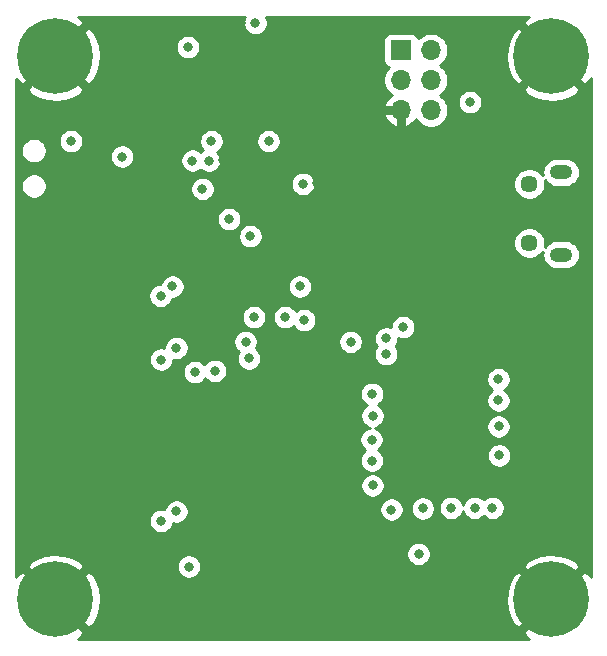
<source format=gbr>
%TF.GenerationSoftware,KiCad,Pcbnew,(5.1.9)-1*%
%TF.CreationDate,2021-09-16T13:16:14+03:00*%
%TF.ProjectId,STM32-V1,53544d33-322d-4563-912e-6b696361645f,rev?*%
%TF.SameCoordinates,Original*%
%TF.FileFunction,Copper,L2,Inr*%
%TF.FilePolarity,Positive*%
%FSLAX46Y46*%
G04 Gerber Fmt 4.6, Leading zero omitted, Abs format (unit mm)*
G04 Created by KiCad (PCBNEW (5.1.9)-1) date 2021-09-16 13:16:14*
%MOMM*%
%LPD*%
G01*
G04 APERTURE LIST*
%TA.AperFunction,ComponentPad*%
%ADD10C,0.800000*%
%TD*%
%TA.AperFunction,ComponentPad*%
%ADD11C,6.400000*%
%TD*%
%TA.AperFunction,ComponentPad*%
%ADD12C,1.450000*%
%TD*%
%TA.AperFunction,ComponentPad*%
%ADD13O,1.900000X1.200000*%
%TD*%
%TA.AperFunction,ComponentPad*%
%ADD14R,1.700000X1.700000*%
%TD*%
%TA.AperFunction,ComponentPad*%
%ADD15O,1.700000X1.700000*%
%TD*%
%TA.AperFunction,ViaPad*%
%ADD16C,0.800000*%
%TD*%
%TA.AperFunction,Conductor*%
%ADD17C,0.254000*%
%TD*%
%TA.AperFunction,Conductor*%
%ADD18C,0.100000*%
%TD*%
G04 APERTURE END LIST*
D10*
%TO.N,GND*%
%TO.C,H4*%
X89697056Y-92802944D03*
X88000000Y-92100000D03*
X86302944Y-92802944D03*
X85600000Y-94500000D03*
X86302944Y-96197056D03*
X88000000Y-96900000D03*
X89697056Y-96197056D03*
X90400000Y-94500000D03*
D11*
X88000000Y-94500000D03*
%TD*%
D10*
%TO.N,GND*%
%TO.C,H3*%
X89697056Y-138802944D03*
X88000000Y-138100000D03*
X86302944Y-138802944D03*
X85600000Y-140500000D03*
X86302944Y-142197056D03*
X88000000Y-142900000D03*
X89697056Y-142197056D03*
X90400000Y-140500000D03*
D11*
X88000000Y-140500000D03*
%TD*%
D10*
%TO.N,GND*%
%TO.C,H2*%
X131697056Y-138802944D03*
X130000000Y-138100000D03*
X128302944Y-138802944D03*
X127600000Y-140500000D03*
X128302944Y-142197056D03*
X130000000Y-142900000D03*
X131697056Y-142197056D03*
X132400000Y-140500000D03*
D11*
X130000000Y-140500000D03*
%TD*%
D10*
%TO.N,GND*%
%TO.C,H1*%
X131697056Y-92802944D03*
X130000000Y-92100000D03*
X128302944Y-92802944D03*
X127600000Y-94500000D03*
X128302944Y-96197056D03*
X130000000Y-96900000D03*
X131697056Y-96197056D03*
X132400000Y-94500000D03*
D11*
X130000000Y-94500000D03*
%TD*%
D12*
%TO.N,Net-(J1-Pad6)*%
%TO.C,J1*%
X128112500Y-110325000D03*
X128112500Y-105325000D03*
D13*
X130812500Y-111325000D03*
X130812500Y-104325000D03*
%TD*%
D14*
%TO.N,SWO*%
%TO.C,J2*%
X117250000Y-94000000D03*
D15*
%TO.N,SWDIO*%
X119790000Y-94000000D03*
%TO.N,Net-(J2-Pad3)*%
X117250000Y-96540000D03*
%TO.N,NRST*%
X119790000Y-96540000D03*
%TO.N,GND*%
X117250000Y-99080000D03*
%TO.N,SWCLK*%
X119790000Y-99080000D03*
%TD*%
D16*
%TO.N,GND*%
X101275000Y-91800000D03*
X103725000Y-91725000D03*
X98325000Y-95750000D03*
X99825000Y-99500000D03*
X89350000Y-106225000D03*
X94900000Y-114950000D03*
X94825000Y-104200000D03*
X97950000Y-103300000D03*
X97875000Y-106225000D03*
X102175000Y-103325000D03*
X110175000Y-105250000D03*
X114325000Y-113625000D03*
X110250000Y-115200000D03*
X111300000Y-117175000D03*
X112375000Y-120750000D03*
X110800000Y-121450000D03*
X107875000Y-118450000D03*
X95225000Y-125200000D03*
X109425000Y-125225000D03*
X97250000Y-137775000D03*
X95325000Y-137800000D03*
X118800000Y-138950000D03*
X127575000Y-127800000D03*
X129325000Y-127850000D03*
X130950000Y-127775000D03*
X127525000Y-130750000D03*
X129400000Y-130775000D03*
X131000000Y-130800000D03*
X126600000Y-105775000D03*
X126575000Y-106625000D03*
X123950000Y-105850000D03*
X113725000Y-105700000D03*
X115750000Y-99150000D03*
X105675000Y-97250000D03*
X92000000Y-116500000D03*
X120650000Y-111000000D03*
X117125000Y-109075000D03*
X120175000Y-117325000D03*
X120100000Y-120375000D03*
X122500000Y-117225000D03*
X122525000Y-120500000D03*
X96100000Y-111100000D03*
%TO.N,NRST*%
X104500000Y-109750000D03*
X123100000Y-98400000D03*
%TO.N,BOOT0*%
X102700000Y-108300000D03*
X93650000Y-103000000D03*
%TO.N,SPI1_MOSI*%
X104100000Y-118700000D03*
X99800000Y-121250000D03*
%TO.N,SP1_MISO*%
X104389998Y-120100000D03*
X101500000Y-121150000D03*
%TO.N,DIO0_LORA*%
X98250000Y-119200000D03*
X98250000Y-133050000D03*
%TO.N,NRESET_LORA*%
X96950000Y-120200000D03*
X96950000Y-133850000D03*
%TO.N,+3V3*%
X99599999Y-103350000D03*
X101000000Y-103350000D03*
X101200000Y-101700000D03*
X106050000Y-101700000D03*
X100450000Y-105750000D03*
X96900000Y-114800000D03*
X97900000Y-114000000D03*
X89300000Y-101700000D03*
X108700000Y-114000000D03*
X107450000Y-116600000D03*
X104800000Y-116600000D03*
X109050000Y-116850000D03*
X117450000Y-117450000D03*
X116000000Y-118400000D03*
X116000000Y-119725000D03*
X114825000Y-123100000D03*
X114850000Y-124950000D03*
X114775000Y-126975000D03*
X114800000Y-128750000D03*
X114850000Y-130850000D03*
X116450000Y-132900000D03*
X119100000Y-132800000D03*
X121500000Y-132750000D03*
X123500000Y-132750000D03*
X125000000Y-132750000D03*
X125575000Y-128300000D03*
X125525000Y-125850000D03*
X125500000Y-123650000D03*
X125500000Y-121850000D03*
X113000000Y-118700000D03*
X118750000Y-136650000D03*
X99225000Y-93750000D03*
X104925000Y-91700000D03*
X108950000Y-105325000D03*
X99300000Y-137725000D03*
%TD*%
D17*
%TO.N,GND*%
X104007795Y-91209744D02*
X103929774Y-91398102D01*
X103890000Y-91598061D01*
X103890000Y-91801939D01*
X103929774Y-92001898D01*
X104007795Y-92190256D01*
X104121063Y-92359774D01*
X104265226Y-92503937D01*
X104434744Y-92617205D01*
X104623102Y-92695226D01*
X104823061Y-92735000D01*
X105026939Y-92735000D01*
X105226898Y-92695226D01*
X105415256Y-92617205D01*
X105584774Y-92503937D01*
X105728937Y-92359774D01*
X105842205Y-92190256D01*
X105920226Y-92001898D01*
X105960000Y-91801939D01*
X105960000Y-91598061D01*
X105920226Y-91398102D01*
X105842205Y-91209744D01*
X105808967Y-91160000D01*
X128095736Y-91160000D01*
X127940268Y-91243099D01*
X127568632Y-91717907D01*
X130000000Y-94149275D01*
X130014143Y-94135133D01*
X130364868Y-94485858D01*
X130350725Y-94500000D01*
X132782093Y-96931368D01*
X133256901Y-96559732D01*
X133340000Y-96394401D01*
X133340001Y-138595737D01*
X133256901Y-138440268D01*
X132782093Y-138068632D01*
X130350725Y-140500000D01*
X130364868Y-140514143D01*
X130014143Y-140864868D01*
X130000000Y-140850725D01*
X127568632Y-143282093D01*
X127940268Y-143756901D01*
X128105599Y-143840000D01*
X89904264Y-143840000D01*
X90059732Y-143756901D01*
X90431368Y-143282093D01*
X88000000Y-140850725D01*
X87985858Y-140864868D01*
X87635133Y-140514143D01*
X87649275Y-140500000D01*
X88350725Y-140500000D01*
X90782093Y-142931368D01*
X91256901Y-142559732D01*
X91596154Y-141884765D01*
X91797209Y-141156583D01*
X91838168Y-140596831D01*
X126147660Y-140596831D01*
X126240573Y-141346525D01*
X126477958Y-142063687D01*
X126743099Y-142559732D01*
X127217907Y-142931368D01*
X129649275Y-140500000D01*
X127217907Y-138068632D01*
X126743099Y-138440268D01*
X126403846Y-139115235D01*
X126202791Y-139843417D01*
X126147660Y-140596831D01*
X91838168Y-140596831D01*
X91852340Y-140403169D01*
X91759427Y-139653475D01*
X91522042Y-138936313D01*
X91256901Y-138440268D01*
X90782093Y-138068632D01*
X88350725Y-140500000D01*
X87649275Y-140500000D01*
X85217907Y-138068632D01*
X84743099Y-138440268D01*
X84660000Y-138605599D01*
X84660000Y-137717907D01*
X85568632Y-137717907D01*
X88000000Y-140149275D01*
X90431368Y-137717907D01*
X90357132Y-137623061D01*
X98265000Y-137623061D01*
X98265000Y-137826939D01*
X98304774Y-138026898D01*
X98382795Y-138215256D01*
X98496063Y-138384774D01*
X98640226Y-138528937D01*
X98809744Y-138642205D01*
X98998102Y-138720226D01*
X99198061Y-138760000D01*
X99401939Y-138760000D01*
X99601898Y-138720226D01*
X99790256Y-138642205D01*
X99959774Y-138528937D01*
X100103937Y-138384774D01*
X100217205Y-138215256D01*
X100295226Y-138026898D01*
X100335000Y-137826939D01*
X100335000Y-137717907D01*
X127568632Y-137717907D01*
X130000000Y-140149275D01*
X132431368Y-137717907D01*
X132059732Y-137243099D01*
X131384765Y-136903846D01*
X130656583Y-136702791D01*
X129903169Y-136647660D01*
X129153475Y-136740573D01*
X128436313Y-136977958D01*
X127940268Y-137243099D01*
X127568632Y-137717907D01*
X100335000Y-137717907D01*
X100335000Y-137623061D01*
X100295226Y-137423102D01*
X100217205Y-137234744D01*
X100103937Y-137065226D01*
X99959774Y-136921063D01*
X99790256Y-136807795D01*
X99601898Y-136729774D01*
X99401939Y-136690000D01*
X99198061Y-136690000D01*
X98998102Y-136729774D01*
X98809744Y-136807795D01*
X98640226Y-136921063D01*
X98496063Y-137065226D01*
X98382795Y-137234744D01*
X98304774Y-137423102D01*
X98265000Y-137623061D01*
X90357132Y-137623061D01*
X90059732Y-137243099D01*
X89384765Y-136903846D01*
X88656583Y-136702791D01*
X87903169Y-136647660D01*
X87153475Y-136740573D01*
X86436313Y-136977958D01*
X85940268Y-137243099D01*
X85568632Y-137717907D01*
X84660000Y-137717907D01*
X84660000Y-136548061D01*
X117715000Y-136548061D01*
X117715000Y-136751939D01*
X117754774Y-136951898D01*
X117832795Y-137140256D01*
X117946063Y-137309774D01*
X118090226Y-137453937D01*
X118259744Y-137567205D01*
X118448102Y-137645226D01*
X118648061Y-137685000D01*
X118851939Y-137685000D01*
X119051898Y-137645226D01*
X119240256Y-137567205D01*
X119409774Y-137453937D01*
X119553937Y-137309774D01*
X119667205Y-137140256D01*
X119745226Y-136951898D01*
X119785000Y-136751939D01*
X119785000Y-136548061D01*
X119745226Y-136348102D01*
X119667205Y-136159744D01*
X119553937Y-135990226D01*
X119409774Y-135846063D01*
X119240256Y-135732795D01*
X119051898Y-135654774D01*
X118851939Y-135615000D01*
X118648061Y-135615000D01*
X118448102Y-135654774D01*
X118259744Y-135732795D01*
X118090226Y-135846063D01*
X117946063Y-135990226D01*
X117832795Y-136159744D01*
X117754774Y-136348102D01*
X117715000Y-136548061D01*
X84660000Y-136548061D01*
X84660000Y-133748061D01*
X95915000Y-133748061D01*
X95915000Y-133951939D01*
X95954774Y-134151898D01*
X96032795Y-134340256D01*
X96146063Y-134509774D01*
X96290226Y-134653937D01*
X96459744Y-134767205D01*
X96648102Y-134845226D01*
X96848061Y-134885000D01*
X97051939Y-134885000D01*
X97251898Y-134845226D01*
X97440256Y-134767205D01*
X97609774Y-134653937D01*
X97753937Y-134509774D01*
X97867205Y-134340256D01*
X97945226Y-134151898D01*
X97965746Y-134048736D01*
X98148061Y-134085000D01*
X98351939Y-134085000D01*
X98551898Y-134045226D01*
X98740256Y-133967205D01*
X98909774Y-133853937D01*
X99053937Y-133709774D01*
X99167205Y-133540256D01*
X99245226Y-133351898D01*
X99285000Y-133151939D01*
X99285000Y-132948061D01*
X99255164Y-132798061D01*
X115415000Y-132798061D01*
X115415000Y-133001939D01*
X115454774Y-133201898D01*
X115532795Y-133390256D01*
X115646063Y-133559774D01*
X115790226Y-133703937D01*
X115959744Y-133817205D01*
X116148102Y-133895226D01*
X116348061Y-133935000D01*
X116551939Y-133935000D01*
X116751898Y-133895226D01*
X116940256Y-133817205D01*
X117109774Y-133703937D01*
X117253937Y-133559774D01*
X117367205Y-133390256D01*
X117445226Y-133201898D01*
X117485000Y-133001939D01*
X117485000Y-132798061D01*
X117465109Y-132698061D01*
X118065000Y-132698061D01*
X118065000Y-132901939D01*
X118104774Y-133101898D01*
X118182795Y-133290256D01*
X118296063Y-133459774D01*
X118440226Y-133603937D01*
X118609744Y-133717205D01*
X118798102Y-133795226D01*
X118998061Y-133835000D01*
X119201939Y-133835000D01*
X119401898Y-133795226D01*
X119590256Y-133717205D01*
X119759774Y-133603937D01*
X119903937Y-133459774D01*
X120017205Y-133290256D01*
X120095226Y-133101898D01*
X120135000Y-132901939D01*
X120135000Y-132698061D01*
X120125055Y-132648061D01*
X120465000Y-132648061D01*
X120465000Y-132851939D01*
X120504774Y-133051898D01*
X120582795Y-133240256D01*
X120696063Y-133409774D01*
X120840226Y-133553937D01*
X121009744Y-133667205D01*
X121198102Y-133745226D01*
X121398061Y-133785000D01*
X121601939Y-133785000D01*
X121801898Y-133745226D01*
X121990256Y-133667205D01*
X122159774Y-133553937D01*
X122303937Y-133409774D01*
X122417205Y-133240256D01*
X122495226Y-133051898D01*
X122500000Y-133027897D01*
X122504774Y-133051898D01*
X122582795Y-133240256D01*
X122696063Y-133409774D01*
X122840226Y-133553937D01*
X123009744Y-133667205D01*
X123198102Y-133745226D01*
X123398061Y-133785000D01*
X123601939Y-133785000D01*
X123801898Y-133745226D01*
X123990256Y-133667205D01*
X124159774Y-133553937D01*
X124250000Y-133463711D01*
X124340226Y-133553937D01*
X124509744Y-133667205D01*
X124698102Y-133745226D01*
X124898061Y-133785000D01*
X125101939Y-133785000D01*
X125301898Y-133745226D01*
X125490256Y-133667205D01*
X125659774Y-133553937D01*
X125803937Y-133409774D01*
X125917205Y-133240256D01*
X125995226Y-133051898D01*
X126035000Y-132851939D01*
X126035000Y-132648061D01*
X125995226Y-132448102D01*
X125917205Y-132259744D01*
X125803937Y-132090226D01*
X125659774Y-131946063D01*
X125490256Y-131832795D01*
X125301898Y-131754774D01*
X125101939Y-131715000D01*
X124898061Y-131715000D01*
X124698102Y-131754774D01*
X124509744Y-131832795D01*
X124340226Y-131946063D01*
X124250000Y-132036289D01*
X124159774Y-131946063D01*
X123990256Y-131832795D01*
X123801898Y-131754774D01*
X123601939Y-131715000D01*
X123398061Y-131715000D01*
X123198102Y-131754774D01*
X123009744Y-131832795D01*
X122840226Y-131946063D01*
X122696063Y-132090226D01*
X122582795Y-132259744D01*
X122504774Y-132448102D01*
X122500000Y-132472103D01*
X122495226Y-132448102D01*
X122417205Y-132259744D01*
X122303937Y-132090226D01*
X122159774Y-131946063D01*
X121990256Y-131832795D01*
X121801898Y-131754774D01*
X121601939Y-131715000D01*
X121398061Y-131715000D01*
X121198102Y-131754774D01*
X121009744Y-131832795D01*
X120840226Y-131946063D01*
X120696063Y-132090226D01*
X120582795Y-132259744D01*
X120504774Y-132448102D01*
X120465000Y-132648061D01*
X120125055Y-132648061D01*
X120095226Y-132498102D01*
X120017205Y-132309744D01*
X119903937Y-132140226D01*
X119759774Y-131996063D01*
X119590256Y-131882795D01*
X119401898Y-131804774D01*
X119201939Y-131765000D01*
X118998061Y-131765000D01*
X118798102Y-131804774D01*
X118609744Y-131882795D01*
X118440226Y-131996063D01*
X118296063Y-132140226D01*
X118182795Y-132309744D01*
X118104774Y-132498102D01*
X118065000Y-132698061D01*
X117465109Y-132698061D01*
X117445226Y-132598102D01*
X117367205Y-132409744D01*
X117253937Y-132240226D01*
X117109774Y-132096063D01*
X116940256Y-131982795D01*
X116751898Y-131904774D01*
X116551939Y-131865000D01*
X116348061Y-131865000D01*
X116148102Y-131904774D01*
X115959744Y-131982795D01*
X115790226Y-132096063D01*
X115646063Y-132240226D01*
X115532795Y-132409744D01*
X115454774Y-132598102D01*
X115415000Y-132798061D01*
X99255164Y-132798061D01*
X99245226Y-132748102D01*
X99167205Y-132559744D01*
X99053937Y-132390226D01*
X98909774Y-132246063D01*
X98740256Y-132132795D01*
X98551898Y-132054774D01*
X98351939Y-132015000D01*
X98148061Y-132015000D01*
X97948102Y-132054774D01*
X97759744Y-132132795D01*
X97590226Y-132246063D01*
X97446063Y-132390226D01*
X97332795Y-132559744D01*
X97254774Y-132748102D01*
X97234254Y-132851264D01*
X97051939Y-132815000D01*
X96848061Y-132815000D01*
X96648102Y-132854774D01*
X96459744Y-132932795D01*
X96290226Y-133046063D01*
X96146063Y-133190226D01*
X96032795Y-133359744D01*
X95954774Y-133548102D01*
X95915000Y-133748061D01*
X84660000Y-133748061D01*
X84660000Y-130748061D01*
X113815000Y-130748061D01*
X113815000Y-130951939D01*
X113854774Y-131151898D01*
X113932795Y-131340256D01*
X114046063Y-131509774D01*
X114190226Y-131653937D01*
X114359744Y-131767205D01*
X114548102Y-131845226D01*
X114748061Y-131885000D01*
X114951939Y-131885000D01*
X115151898Y-131845226D01*
X115340256Y-131767205D01*
X115509774Y-131653937D01*
X115653937Y-131509774D01*
X115767205Y-131340256D01*
X115845226Y-131151898D01*
X115885000Y-130951939D01*
X115885000Y-130748061D01*
X115845226Y-130548102D01*
X115767205Y-130359744D01*
X115653937Y-130190226D01*
X115509774Y-130046063D01*
X115340256Y-129932795D01*
X115151898Y-129854774D01*
X114951939Y-129815000D01*
X114748061Y-129815000D01*
X114548102Y-129854774D01*
X114359744Y-129932795D01*
X114190226Y-130046063D01*
X114046063Y-130190226D01*
X113932795Y-130359744D01*
X113854774Y-130548102D01*
X113815000Y-130748061D01*
X84660000Y-130748061D01*
X84660000Y-126873061D01*
X113740000Y-126873061D01*
X113740000Y-127076939D01*
X113779774Y-127276898D01*
X113857795Y-127465256D01*
X113971063Y-127634774D01*
X114115226Y-127778937D01*
X114252787Y-127870852D01*
X114140226Y-127946063D01*
X113996063Y-128090226D01*
X113882795Y-128259744D01*
X113804774Y-128448102D01*
X113765000Y-128648061D01*
X113765000Y-128851939D01*
X113804774Y-129051898D01*
X113882795Y-129240256D01*
X113996063Y-129409774D01*
X114140226Y-129553937D01*
X114309744Y-129667205D01*
X114498102Y-129745226D01*
X114698061Y-129785000D01*
X114901939Y-129785000D01*
X115101898Y-129745226D01*
X115290256Y-129667205D01*
X115459774Y-129553937D01*
X115603937Y-129409774D01*
X115717205Y-129240256D01*
X115795226Y-129051898D01*
X115835000Y-128851939D01*
X115835000Y-128648061D01*
X115795226Y-128448102D01*
X115717205Y-128259744D01*
X115675990Y-128198061D01*
X124540000Y-128198061D01*
X124540000Y-128401939D01*
X124579774Y-128601898D01*
X124657795Y-128790256D01*
X124771063Y-128959774D01*
X124915226Y-129103937D01*
X125084744Y-129217205D01*
X125273102Y-129295226D01*
X125473061Y-129335000D01*
X125676939Y-129335000D01*
X125876898Y-129295226D01*
X126065256Y-129217205D01*
X126234774Y-129103937D01*
X126378937Y-128959774D01*
X126492205Y-128790256D01*
X126570226Y-128601898D01*
X126610000Y-128401939D01*
X126610000Y-128198061D01*
X126570226Y-127998102D01*
X126492205Y-127809744D01*
X126378937Y-127640226D01*
X126234774Y-127496063D01*
X126065256Y-127382795D01*
X125876898Y-127304774D01*
X125676939Y-127265000D01*
X125473061Y-127265000D01*
X125273102Y-127304774D01*
X125084744Y-127382795D01*
X124915226Y-127496063D01*
X124771063Y-127640226D01*
X124657795Y-127809744D01*
X124579774Y-127998102D01*
X124540000Y-128198061D01*
X115675990Y-128198061D01*
X115603937Y-128090226D01*
X115459774Y-127946063D01*
X115322213Y-127854148D01*
X115434774Y-127778937D01*
X115578937Y-127634774D01*
X115692205Y-127465256D01*
X115770226Y-127276898D01*
X115810000Y-127076939D01*
X115810000Y-126873061D01*
X115770226Y-126673102D01*
X115692205Y-126484744D01*
X115578937Y-126315226D01*
X115434774Y-126171063D01*
X115265256Y-126057795D01*
X115076898Y-125979774D01*
X115027555Y-125969959D01*
X115151898Y-125945226D01*
X115340256Y-125867205D01*
X115509774Y-125753937D01*
X115515650Y-125748061D01*
X124490000Y-125748061D01*
X124490000Y-125951939D01*
X124529774Y-126151898D01*
X124607795Y-126340256D01*
X124721063Y-126509774D01*
X124865226Y-126653937D01*
X125034744Y-126767205D01*
X125223102Y-126845226D01*
X125423061Y-126885000D01*
X125626939Y-126885000D01*
X125826898Y-126845226D01*
X126015256Y-126767205D01*
X126184774Y-126653937D01*
X126328937Y-126509774D01*
X126442205Y-126340256D01*
X126520226Y-126151898D01*
X126560000Y-125951939D01*
X126560000Y-125748061D01*
X126520226Y-125548102D01*
X126442205Y-125359744D01*
X126328937Y-125190226D01*
X126184774Y-125046063D01*
X126015256Y-124932795D01*
X125826898Y-124854774D01*
X125626939Y-124815000D01*
X125423061Y-124815000D01*
X125223102Y-124854774D01*
X125034744Y-124932795D01*
X124865226Y-125046063D01*
X124721063Y-125190226D01*
X124607795Y-125359744D01*
X124529774Y-125548102D01*
X124490000Y-125748061D01*
X115515650Y-125748061D01*
X115653937Y-125609774D01*
X115767205Y-125440256D01*
X115845226Y-125251898D01*
X115885000Y-125051939D01*
X115885000Y-124848061D01*
X115845226Y-124648102D01*
X115767205Y-124459744D01*
X115653937Y-124290226D01*
X115509774Y-124146063D01*
X115340256Y-124032795D01*
X115308937Y-124019822D01*
X115315256Y-124017205D01*
X115484774Y-123903937D01*
X115628937Y-123759774D01*
X115742205Y-123590256D01*
X115820226Y-123401898D01*
X115860000Y-123201939D01*
X115860000Y-122998061D01*
X115820226Y-122798102D01*
X115742205Y-122609744D01*
X115628937Y-122440226D01*
X115484774Y-122296063D01*
X115315256Y-122182795D01*
X115126898Y-122104774D01*
X114926939Y-122065000D01*
X114723061Y-122065000D01*
X114523102Y-122104774D01*
X114334744Y-122182795D01*
X114165226Y-122296063D01*
X114021063Y-122440226D01*
X113907795Y-122609744D01*
X113829774Y-122798102D01*
X113790000Y-122998061D01*
X113790000Y-123201939D01*
X113829774Y-123401898D01*
X113907795Y-123590256D01*
X114021063Y-123759774D01*
X114165226Y-123903937D01*
X114334744Y-124017205D01*
X114366063Y-124030178D01*
X114359744Y-124032795D01*
X114190226Y-124146063D01*
X114046063Y-124290226D01*
X113932795Y-124459744D01*
X113854774Y-124648102D01*
X113815000Y-124848061D01*
X113815000Y-125051939D01*
X113854774Y-125251898D01*
X113932795Y-125440256D01*
X114046063Y-125609774D01*
X114190226Y-125753937D01*
X114359744Y-125867205D01*
X114548102Y-125945226D01*
X114597445Y-125955041D01*
X114473102Y-125979774D01*
X114284744Y-126057795D01*
X114115226Y-126171063D01*
X113971063Y-126315226D01*
X113857795Y-126484744D01*
X113779774Y-126673102D01*
X113740000Y-126873061D01*
X84660000Y-126873061D01*
X84660000Y-120098061D01*
X95915000Y-120098061D01*
X95915000Y-120301939D01*
X95954774Y-120501898D01*
X96032795Y-120690256D01*
X96146063Y-120859774D01*
X96290226Y-121003937D01*
X96459744Y-121117205D01*
X96648102Y-121195226D01*
X96848061Y-121235000D01*
X97051939Y-121235000D01*
X97251898Y-121195226D01*
X97365763Y-121148061D01*
X98765000Y-121148061D01*
X98765000Y-121351939D01*
X98804774Y-121551898D01*
X98882795Y-121740256D01*
X98996063Y-121909774D01*
X99140226Y-122053937D01*
X99309744Y-122167205D01*
X99498102Y-122245226D01*
X99698061Y-122285000D01*
X99901939Y-122285000D01*
X100101898Y-122245226D01*
X100290256Y-122167205D01*
X100459774Y-122053937D01*
X100603937Y-121909774D01*
X100683409Y-121790836D01*
X100696063Y-121809774D01*
X100840226Y-121953937D01*
X101009744Y-122067205D01*
X101198102Y-122145226D01*
X101398061Y-122185000D01*
X101601939Y-122185000D01*
X101801898Y-122145226D01*
X101990256Y-122067205D01*
X102159774Y-121953937D01*
X102303937Y-121809774D01*
X102345172Y-121748061D01*
X124465000Y-121748061D01*
X124465000Y-121951939D01*
X124504774Y-122151898D01*
X124582795Y-122340256D01*
X124696063Y-122509774D01*
X124840226Y-122653937D01*
X124983995Y-122750000D01*
X124840226Y-122846063D01*
X124696063Y-122990226D01*
X124582795Y-123159744D01*
X124504774Y-123348102D01*
X124465000Y-123548061D01*
X124465000Y-123751939D01*
X124504774Y-123951898D01*
X124582795Y-124140256D01*
X124696063Y-124309774D01*
X124840226Y-124453937D01*
X125009744Y-124567205D01*
X125198102Y-124645226D01*
X125398061Y-124685000D01*
X125601939Y-124685000D01*
X125801898Y-124645226D01*
X125990256Y-124567205D01*
X126159774Y-124453937D01*
X126303937Y-124309774D01*
X126417205Y-124140256D01*
X126495226Y-123951898D01*
X126535000Y-123751939D01*
X126535000Y-123548061D01*
X126495226Y-123348102D01*
X126417205Y-123159744D01*
X126303937Y-122990226D01*
X126159774Y-122846063D01*
X126016005Y-122750000D01*
X126159774Y-122653937D01*
X126303937Y-122509774D01*
X126417205Y-122340256D01*
X126495226Y-122151898D01*
X126535000Y-121951939D01*
X126535000Y-121748061D01*
X126495226Y-121548102D01*
X126417205Y-121359744D01*
X126303937Y-121190226D01*
X126159774Y-121046063D01*
X125990256Y-120932795D01*
X125801898Y-120854774D01*
X125601939Y-120815000D01*
X125398061Y-120815000D01*
X125198102Y-120854774D01*
X125009744Y-120932795D01*
X124840226Y-121046063D01*
X124696063Y-121190226D01*
X124582795Y-121359744D01*
X124504774Y-121548102D01*
X124465000Y-121748061D01*
X102345172Y-121748061D01*
X102417205Y-121640256D01*
X102495226Y-121451898D01*
X102535000Y-121251939D01*
X102535000Y-121048061D01*
X102495226Y-120848102D01*
X102417205Y-120659744D01*
X102303937Y-120490226D01*
X102159774Y-120346063D01*
X101990256Y-120232795D01*
X101801898Y-120154774D01*
X101601939Y-120115000D01*
X101398061Y-120115000D01*
X101198102Y-120154774D01*
X101009744Y-120232795D01*
X100840226Y-120346063D01*
X100696063Y-120490226D01*
X100616591Y-120609164D01*
X100603937Y-120590226D01*
X100459774Y-120446063D01*
X100290256Y-120332795D01*
X100101898Y-120254774D01*
X99901939Y-120215000D01*
X99698061Y-120215000D01*
X99498102Y-120254774D01*
X99309744Y-120332795D01*
X99140226Y-120446063D01*
X98996063Y-120590226D01*
X98882795Y-120759744D01*
X98804774Y-120948102D01*
X98765000Y-121148061D01*
X97365763Y-121148061D01*
X97440256Y-121117205D01*
X97609774Y-121003937D01*
X97753937Y-120859774D01*
X97867205Y-120690256D01*
X97945226Y-120501898D01*
X97985000Y-120301939D01*
X97985000Y-120202565D01*
X98148061Y-120235000D01*
X98351939Y-120235000D01*
X98551898Y-120195226D01*
X98740256Y-120117205D01*
X98909774Y-120003937D01*
X99053937Y-119859774D01*
X99167205Y-119690256D01*
X99245226Y-119501898D01*
X99285000Y-119301939D01*
X99285000Y-119098061D01*
X99245226Y-118898102D01*
X99167205Y-118709744D01*
X99092582Y-118598061D01*
X103065000Y-118598061D01*
X103065000Y-118801939D01*
X103104774Y-119001898D01*
X103182795Y-119190256D01*
X103296063Y-119359774D01*
X103440226Y-119503937D01*
X103511617Y-119551639D01*
X103472793Y-119609744D01*
X103394772Y-119798102D01*
X103354998Y-119998061D01*
X103354998Y-120201939D01*
X103394772Y-120401898D01*
X103472793Y-120590256D01*
X103586061Y-120759774D01*
X103730224Y-120903937D01*
X103899742Y-121017205D01*
X104088100Y-121095226D01*
X104288059Y-121135000D01*
X104491937Y-121135000D01*
X104691896Y-121095226D01*
X104880254Y-121017205D01*
X105049772Y-120903937D01*
X105193935Y-120759774D01*
X105307203Y-120590256D01*
X105385224Y-120401898D01*
X105424998Y-120201939D01*
X105424998Y-119998061D01*
X105385224Y-119798102D01*
X105307203Y-119609744D01*
X105193935Y-119440226D01*
X105049772Y-119296063D01*
X104978381Y-119248361D01*
X105017205Y-119190256D01*
X105095226Y-119001898D01*
X105135000Y-118801939D01*
X105135000Y-118598061D01*
X111965000Y-118598061D01*
X111965000Y-118801939D01*
X112004774Y-119001898D01*
X112082795Y-119190256D01*
X112196063Y-119359774D01*
X112340226Y-119503937D01*
X112509744Y-119617205D01*
X112698102Y-119695226D01*
X112898061Y-119735000D01*
X113101939Y-119735000D01*
X113301898Y-119695226D01*
X113490256Y-119617205D01*
X113659774Y-119503937D01*
X113803937Y-119359774D01*
X113917205Y-119190256D01*
X113995226Y-119001898D01*
X114035000Y-118801939D01*
X114035000Y-118598061D01*
X113995226Y-118398102D01*
X113953788Y-118298061D01*
X114965000Y-118298061D01*
X114965000Y-118501939D01*
X115004774Y-118701898D01*
X115082795Y-118890256D01*
X115196063Y-119059774D01*
X115198789Y-119062500D01*
X115196063Y-119065226D01*
X115082795Y-119234744D01*
X115004774Y-119423102D01*
X114965000Y-119623061D01*
X114965000Y-119826939D01*
X115004774Y-120026898D01*
X115082795Y-120215256D01*
X115196063Y-120384774D01*
X115340226Y-120528937D01*
X115509744Y-120642205D01*
X115698102Y-120720226D01*
X115898061Y-120760000D01*
X116101939Y-120760000D01*
X116301898Y-120720226D01*
X116490256Y-120642205D01*
X116659774Y-120528937D01*
X116803937Y-120384774D01*
X116917205Y-120215256D01*
X116995226Y-120026898D01*
X117035000Y-119826939D01*
X117035000Y-119623061D01*
X116995226Y-119423102D01*
X116917205Y-119234744D01*
X116803937Y-119065226D01*
X116801211Y-119062500D01*
X116803937Y-119059774D01*
X116917205Y-118890256D01*
X116995226Y-118701898D01*
X117035000Y-118501939D01*
X117035000Y-118398377D01*
X117148102Y-118445226D01*
X117348061Y-118485000D01*
X117551939Y-118485000D01*
X117751898Y-118445226D01*
X117940256Y-118367205D01*
X118109774Y-118253937D01*
X118253937Y-118109774D01*
X118367205Y-117940256D01*
X118445226Y-117751898D01*
X118485000Y-117551939D01*
X118485000Y-117348061D01*
X118445226Y-117148102D01*
X118367205Y-116959744D01*
X118253937Y-116790226D01*
X118109774Y-116646063D01*
X117940256Y-116532795D01*
X117751898Y-116454774D01*
X117551939Y-116415000D01*
X117348061Y-116415000D01*
X117148102Y-116454774D01*
X116959744Y-116532795D01*
X116790226Y-116646063D01*
X116646063Y-116790226D01*
X116532795Y-116959744D01*
X116454774Y-117148102D01*
X116415000Y-117348061D01*
X116415000Y-117451623D01*
X116301898Y-117404774D01*
X116101939Y-117365000D01*
X115898061Y-117365000D01*
X115698102Y-117404774D01*
X115509744Y-117482795D01*
X115340226Y-117596063D01*
X115196063Y-117740226D01*
X115082795Y-117909744D01*
X115004774Y-118098102D01*
X114965000Y-118298061D01*
X113953788Y-118298061D01*
X113917205Y-118209744D01*
X113803937Y-118040226D01*
X113659774Y-117896063D01*
X113490256Y-117782795D01*
X113301898Y-117704774D01*
X113101939Y-117665000D01*
X112898061Y-117665000D01*
X112698102Y-117704774D01*
X112509744Y-117782795D01*
X112340226Y-117896063D01*
X112196063Y-118040226D01*
X112082795Y-118209744D01*
X112004774Y-118398102D01*
X111965000Y-118598061D01*
X105135000Y-118598061D01*
X105095226Y-118398102D01*
X105017205Y-118209744D01*
X104903937Y-118040226D01*
X104759774Y-117896063D01*
X104590256Y-117782795D01*
X104401898Y-117704774D01*
X104201939Y-117665000D01*
X103998061Y-117665000D01*
X103798102Y-117704774D01*
X103609744Y-117782795D01*
X103440226Y-117896063D01*
X103296063Y-118040226D01*
X103182795Y-118209744D01*
X103104774Y-118398102D01*
X103065000Y-118598061D01*
X99092582Y-118598061D01*
X99053937Y-118540226D01*
X98909774Y-118396063D01*
X98740256Y-118282795D01*
X98551898Y-118204774D01*
X98351939Y-118165000D01*
X98148061Y-118165000D01*
X97948102Y-118204774D01*
X97759744Y-118282795D01*
X97590226Y-118396063D01*
X97446063Y-118540226D01*
X97332795Y-118709744D01*
X97254774Y-118898102D01*
X97215000Y-119098061D01*
X97215000Y-119197435D01*
X97051939Y-119165000D01*
X96848061Y-119165000D01*
X96648102Y-119204774D01*
X96459744Y-119282795D01*
X96290226Y-119396063D01*
X96146063Y-119540226D01*
X96032795Y-119709744D01*
X95954774Y-119898102D01*
X95915000Y-120098061D01*
X84660000Y-120098061D01*
X84660000Y-116498061D01*
X103765000Y-116498061D01*
X103765000Y-116701939D01*
X103804774Y-116901898D01*
X103882795Y-117090256D01*
X103996063Y-117259774D01*
X104140226Y-117403937D01*
X104309744Y-117517205D01*
X104498102Y-117595226D01*
X104698061Y-117635000D01*
X104901939Y-117635000D01*
X105101898Y-117595226D01*
X105290256Y-117517205D01*
X105459774Y-117403937D01*
X105603937Y-117259774D01*
X105717205Y-117090256D01*
X105795226Y-116901898D01*
X105835000Y-116701939D01*
X105835000Y-116498061D01*
X106415000Y-116498061D01*
X106415000Y-116701939D01*
X106454774Y-116901898D01*
X106532795Y-117090256D01*
X106646063Y-117259774D01*
X106790226Y-117403937D01*
X106959744Y-117517205D01*
X107148102Y-117595226D01*
X107348061Y-117635000D01*
X107551939Y-117635000D01*
X107751898Y-117595226D01*
X107940256Y-117517205D01*
X108109774Y-117403937D01*
X108149081Y-117364630D01*
X108246063Y-117509774D01*
X108390226Y-117653937D01*
X108559744Y-117767205D01*
X108748102Y-117845226D01*
X108948061Y-117885000D01*
X109151939Y-117885000D01*
X109351898Y-117845226D01*
X109540256Y-117767205D01*
X109709774Y-117653937D01*
X109853937Y-117509774D01*
X109967205Y-117340256D01*
X110045226Y-117151898D01*
X110085000Y-116951939D01*
X110085000Y-116748061D01*
X110045226Y-116548102D01*
X109967205Y-116359744D01*
X109853937Y-116190226D01*
X109709774Y-116046063D01*
X109540256Y-115932795D01*
X109351898Y-115854774D01*
X109151939Y-115815000D01*
X108948061Y-115815000D01*
X108748102Y-115854774D01*
X108559744Y-115932795D01*
X108390226Y-116046063D01*
X108350919Y-116085370D01*
X108253937Y-115940226D01*
X108109774Y-115796063D01*
X107940256Y-115682795D01*
X107751898Y-115604774D01*
X107551939Y-115565000D01*
X107348061Y-115565000D01*
X107148102Y-115604774D01*
X106959744Y-115682795D01*
X106790226Y-115796063D01*
X106646063Y-115940226D01*
X106532795Y-116109744D01*
X106454774Y-116298102D01*
X106415000Y-116498061D01*
X105835000Y-116498061D01*
X105795226Y-116298102D01*
X105717205Y-116109744D01*
X105603937Y-115940226D01*
X105459774Y-115796063D01*
X105290256Y-115682795D01*
X105101898Y-115604774D01*
X104901939Y-115565000D01*
X104698061Y-115565000D01*
X104498102Y-115604774D01*
X104309744Y-115682795D01*
X104140226Y-115796063D01*
X103996063Y-115940226D01*
X103882795Y-116109744D01*
X103804774Y-116298102D01*
X103765000Y-116498061D01*
X84660000Y-116498061D01*
X84660000Y-114698061D01*
X95865000Y-114698061D01*
X95865000Y-114901939D01*
X95904774Y-115101898D01*
X95982795Y-115290256D01*
X96096063Y-115459774D01*
X96240226Y-115603937D01*
X96409744Y-115717205D01*
X96598102Y-115795226D01*
X96798061Y-115835000D01*
X97001939Y-115835000D01*
X97201898Y-115795226D01*
X97390256Y-115717205D01*
X97559774Y-115603937D01*
X97703937Y-115459774D01*
X97817205Y-115290256D01*
X97895226Y-115101898D01*
X97908533Y-115035000D01*
X98001939Y-115035000D01*
X98201898Y-114995226D01*
X98390256Y-114917205D01*
X98559774Y-114803937D01*
X98703937Y-114659774D01*
X98817205Y-114490256D01*
X98895226Y-114301898D01*
X98935000Y-114101939D01*
X98935000Y-113898061D01*
X107665000Y-113898061D01*
X107665000Y-114101939D01*
X107704774Y-114301898D01*
X107782795Y-114490256D01*
X107896063Y-114659774D01*
X108040226Y-114803937D01*
X108209744Y-114917205D01*
X108398102Y-114995226D01*
X108598061Y-115035000D01*
X108801939Y-115035000D01*
X109001898Y-114995226D01*
X109190256Y-114917205D01*
X109359774Y-114803937D01*
X109503937Y-114659774D01*
X109617205Y-114490256D01*
X109695226Y-114301898D01*
X109735000Y-114101939D01*
X109735000Y-113898061D01*
X109695226Y-113698102D01*
X109617205Y-113509744D01*
X109503937Y-113340226D01*
X109359774Y-113196063D01*
X109190256Y-113082795D01*
X109001898Y-113004774D01*
X108801939Y-112965000D01*
X108598061Y-112965000D01*
X108398102Y-113004774D01*
X108209744Y-113082795D01*
X108040226Y-113196063D01*
X107896063Y-113340226D01*
X107782795Y-113509744D01*
X107704774Y-113698102D01*
X107665000Y-113898061D01*
X98935000Y-113898061D01*
X98895226Y-113698102D01*
X98817205Y-113509744D01*
X98703937Y-113340226D01*
X98559774Y-113196063D01*
X98390256Y-113082795D01*
X98201898Y-113004774D01*
X98001939Y-112965000D01*
X97798061Y-112965000D01*
X97598102Y-113004774D01*
X97409744Y-113082795D01*
X97240226Y-113196063D01*
X97096063Y-113340226D01*
X96982795Y-113509744D01*
X96904774Y-113698102D01*
X96891467Y-113765000D01*
X96798061Y-113765000D01*
X96598102Y-113804774D01*
X96409744Y-113882795D01*
X96240226Y-113996063D01*
X96096063Y-114140226D01*
X95982795Y-114309744D01*
X95904774Y-114498102D01*
X95865000Y-114698061D01*
X84660000Y-114698061D01*
X84660000Y-109648061D01*
X103465000Y-109648061D01*
X103465000Y-109851939D01*
X103504774Y-110051898D01*
X103582795Y-110240256D01*
X103696063Y-110409774D01*
X103840226Y-110553937D01*
X104009744Y-110667205D01*
X104198102Y-110745226D01*
X104398061Y-110785000D01*
X104601939Y-110785000D01*
X104801898Y-110745226D01*
X104990256Y-110667205D01*
X105159774Y-110553937D01*
X105303937Y-110409774D01*
X105417205Y-110240256D01*
X105437586Y-110191052D01*
X126752500Y-110191052D01*
X126752500Y-110458948D01*
X126804764Y-110721697D01*
X126907284Y-110969201D01*
X127056119Y-111191949D01*
X127245551Y-111381381D01*
X127468299Y-111530216D01*
X127715803Y-111632736D01*
X127978552Y-111685000D01*
X128246448Y-111685000D01*
X128509197Y-111632736D01*
X128756701Y-111530216D01*
X128979449Y-111381381D01*
X129168881Y-111191949D01*
X129248383Y-111072965D01*
X129245370Y-111082898D01*
X129221525Y-111325000D01*
X129245370Y-111567102D01*
X129315989Y-111799901D01*
X129430667Y-112014449D01*
X129584998Y-112202502D01*
X129773051Y-112356833D01*
X129987599Y-112471511D01*
X130220398Y-112542130D01*
X130401835Y-112560000D01*
X131223165Y-112560000D01*
X131404602Y-112542130D01*
X131637401Y-112471511D01*
X131851949Y-112356833D01*
X132040002Y-112202502D01*
X132194333Y-112014449D01*
X132309011Y-111799901D01*
X132379630Y-111567102D01*
X132403475Y-111325000D01*
X132379630Y-111082898D01*
X132309011Y-110850099D01*
X132194333Y-110635551D01*
X132040002Y-110447498D01*
X131851949Y-110293167D01*
X131637401Y-110178489D01*
X131404602Y-110107870D01*
X131223165Y-110090000D01*
X130401835Y-110090000D01*
X130220398Y-110107870D01*
X129987599Y-110178489D01*
X129773051Y-110293167D01*
X129584998Y-110447498D01*
X129439516Y-110624768D01*
X129472500Y-110458948D01*
X129472500Y-110191052D01*
X129420236Y-109928303D01*
X129317716Y-109680799D01*
X129168881Y-109458051D01*
X128979449Y-109268619D01*
X128756701Y-109119784D01*
X128509197Y-109017264D01*
X128246448Y-108965000D01*
X127978552Y-108965000D01*
X127715803Y-109017264D01*
X127468299Y-109119784D01*
X127245551Y-109268619D01*
X127056119Y-109458051D01*
X126907284Y-109680799D01*
X126804764Y-109928303D01*
X126752500Y-110191052D01*
X105437586Y-110191052D01*
X105495226Y-110051898D01*
X105535000Y-109851939D01*
X105535000Y-109648061D01*
X105495226Y-109448102D01*
X105417205Y-109259744D01*
X105303937Y-109090226D01*
X105159774Y-108946063D01*
X104990256Y-108832795D01*
X104801898Y-108754774D01*
X104601939Y-108715000D01*
X104398061Y-108715000D01*
X104198102Y-108754774D01*
X104009744Y-108832795D01*
X103840226Y-108946063D01*
X103696063Y-109090226D01*
X103582795Y-109259744D01*
X103504774Y-109448102D01*
X103465000Y-109648061D01*
X84660000Y-109648061D01*
X84660000Y-108198061D01*
X101665000Y-108198061D01*
X101665000Y-108401939D01*
X101704774Y-108601898D01*
X101782795Y-108790256D01*
X101896063Y-108959774D01*
X102040226Y-109103937D01*
X102209744Y-109217205D01*
X102398102Y-109295226D01*
X102598061Y-109335000D01*
X102801939Y-109335000D01*
X103001898Y-109295226D01*
X103190256Y-109217205D01*
X103359774Y-109103937D01*
X103503937Y-108959774D01*
X103617205Y-108790256D01*
X103695226Y-108601898D01*
X103735000Y-108401939D01*
X103735000Y-108198061D01*
X103695226Y-107998102D01*
X103617205Y-107809744D01*
X103503937Y-107640226D01*
X103359774Y-107496063D01*
X103190256Y-107382795D01*
X103001898Y-107304774D01*
X102801939Y-107265000D01*
X102598061Y-107265000D01*
X102398102Y-107304774D01*
X102209744Y-107382795D01*
X102040226Y-107496063D01*
X101896063Y-107640226D01*
X101782795Y-107809744D01*
X101704774Y-107998102D01*
X101665000Y-108198061D01*
X84660000Y-108198061D01*
X84660000Y-105393137D01*
X85085000Y-105393137D01*
X85085000Y-105606863D01*
X85126696Y-105816483D01*
X85208485Y-106013940D01*
X85327225Y-106191647D01*
X85478353Y-106342775D01*
X85656060Y-106461515D01*
X85853517Y-106543304D01*
X86063137Y-106585000D01*
X86276863Y-106585000D01*
X86486483Y-106543304D01*
X86683940Y-106461515D01*
X86861647Y-106342775D01*
X87012775Y-106191647D01*
X87131515Y-106013940D01*
X87213304Y-105816483D01*
X87246805Y-105648061D01*
X99415000Y-105648061D01*
X99415000Y-105851939D01*
X99454774Y-106051898D01*
X99532795Y-106240256D01*
X99646063Y-106409774D01*
X99790226Y-106553937D01*
X99959744Y-106667205D01*
X100148102Y-106745226D01*
X100348061Y-106785000D01*
X100551939Y-106785000D01*
X100751898Y-106745226D01*
X100940256Y-106667205D01*
X101109774Y-106553937D01*
X101253937Y-106409774D01*
X101367205Y-106240256D01*
X101445226Y-106051898D01*
X101485000Y-105851939D01*
X101485000Y-105648061D01*
X101445226Y-105448102D01*
X101367205Y-105259744D01*
X101342695Y-105223061D01*
X107915000Y-105223061D01*
X107915000Y-105426939D01*
X107954774Y-105626898D01*
X108032795Y-105815256D01*
X108146063Y-105984774D01*
X108290226Y-106128937D01*
X108459744Y-106242205D01*
X108648102Y-106320226D01*
X108848061Y-106360000D01*
X109051939Y-106360000D01*
X109251898Y-106320226D01*
X109440256Y-106242205D01*
X109609774Y-106128937D01*
X109753937Y-105984774D01*
X109867205Y-105815256D01*
X109945226Y-105626898D01*
X109985000Y-105426939D01*
X109985000Y-105223061D01*
X109978634Y-105191052D01*
X126752500Y-105191052D01*
X126752500Y-105458948D01*
X126804764Y-105721697D01*
X126907284Y-105969201D01*
X127056119Y-106191949D01*
X127245551Y-106381381D01*
X127468299Y-106530216D01*
X127715803Y-106632736D01*
X127978552Y-106685000D01*
X128246448Y-106685000D01*
X128509197Y-106632736D01*
X128756701Y-106530216D01*
X128979449Y-106381381D01*
X129168881Y-106191949D01*
X129317716Y-105969201D01*
X129420236Y-105721697D01*
X129472500Y-105458948D01*
X129472500Y-105191052D01*
X129439516Y-105025232D01*
X129584998Y-105202502D01*
X129773051Y-105356833D01*
X129987599Y-105471511D01*
X130220398Y-105542130D01*
X130401835Y-105560000D01*
X131223165Y-105560000D01*
X131404602Y-105542130D01*
X131637401Y-105471511D01*
X131851949Y-105356833D01*
X132040002Y-105202502D01*
X132194333Y-105014449D01*
X132309011Y-104799901D01*
X132379630Y-104567102D01*
X132403475Y-104325000D01*
X132379630Y-104082898D01*
X132309011Y-103850099D01*
X132194333Y-103635551D01*
X132040002Y-103447498D01*
X131851949Y-103293167D01*
X131637401Y-103178489D01*
X131404602Y-103107870D01*
X131223165Y-103090000D01*
X130401835Y-103090000D01*
X130220398Y-103107870D01*
X129987599Y-103178489D01*
X129773051Y-103293167D01*
X129584998Y-103447498D01*
X129430667Y-103635551D01*
X129315989Y-103850099D01*
X129245370Y-104082898D01*
X129221525Y-104325000D01*
X129245370Y-104567102D01*
X129248383Y-104577035D01*
X129168881Y-104458051D01*
X128979449Y-104268619D01*
X128756701Y-104119784D01*
X128509197Y-104017264D01*
X128246448Y-103965000D01*
X127978552Y-103965000D01*
X127715803Y-104017264D01*
X127468299Y-104119784D01*
X127245551Y-104268619D01*
X127056119Y-104458051D01*
X126907284Y-104680799D01*
X126804764Y-104928303D01*
X126752500Y-105191052D01*
X109978634Y-105191052D01*
X109945226Y-105023102D01*
X109867205Y-104834744D01*
X109753937Y-104665226D01*
X109609774Y-104521063D01*
X109440256Y-104407795D01*
X109251898Y-104329774D01*
X109051939Y-104290000D01*
X108848061Y-104290000D01*
X108648102Y-104329774D01*
X108459744Y-104407795D01*
X108290226Y-104521063D01*
X108146063Y-104665226D01*
X108032795Y-104834744D01*
X107954774Y-105023102D01*
X107915000Y-105223061D01*
X101342695Y-105223061D01*
X101253937Y-105090226D01*
X101109774Y-104946063D01*
X100940256Y-104832795D01*
X100751898Y-104754774D01*
X100551939Y-104715000D01*
X100348061Y-104715000D01*
X100148102Y-104754774D01*
X99959744Y-104832795D01*
X99790226Y-104946063D01*
X99646063Y-105090226D01*
X99532795Y-105259744D01*
X99454774Y-105448102D01*
X99415000Y-105648061D01*
X87246805Y-105648061D01*
X87255000Y-105606863D01*
X87255000Y-105393137D01*
X87213304Y-105183517D01*
X87131515Y-104986060D01*
X87012775Y-104808353D01*
X86861647Y-104657225D01*
X86683940Y-104538485D01*
X86486483Y-104456696D01*
X86276863Y-104415000D01*
X86063137Y-104415000D01*
X85853517Y-104456696D01*
X85656060Y-104538485D01*
X85478353Y-104657225D01*
X85327225Y-104808353D01*
X85208485Y-104986060D01*
X85126696Y-105183517D01*
X85085000Y-105393137D01*
X84660000Y-105393137D01*
X84660000Y-102393137D01*
X85085000Y-102393137D01*
X85085000Y-102606863D01*
X85126696Y-102816483D01*
X85208485Y-103013940D01*
X85327225Y-103191647D01*
X85478353Y-103342775D01*
X85656060Y-103461515D01*
X85853517Y-103543304D01*
X86063137Y-103585000D01*
X86276863Y-103585000D01*
X86486483Y-103543304D01*
X86683940Y-103461515D01*
X86861647Y-103342775D01*
X87012775Y-103191647D01*
X87131515Y-103013940D01*
X87179513Y-102898061D01*
X92615000Y-102898061D01*
X92615000Y-103101939D01*
X92654774Y-103301898D01*
X92732795Y-103490256D01*
X92846063Y-103659774D01*
X92990226Y-103803937D01*
X93159744Y-103917205D01*
X93348102Y-103995226D01*
X93548061Y-104035000D01*
X93751939Y-104035000D01*
X93951898Y-103995226D01*
X94140256Y-103917205D01*
X94309774Y-103803937D01*
X94453937Y-103659774D01*
X94567205Y-103490256D01*
X94645226Y-103301898D01*
X94655934Y-103248061D01*
X98564999Y-103248061D01*
X98564999Y-103451939D01*
X98604773Y-103651898D01*
X98682794Y-103840256D01*
X98796062Y-104009774D01*
X98940225Y-104153937D01*
X99109743Y-104267205D01*
X99298101Y-104345226D01*
X99498060Y-104385000D01*
X99701938Y-104385000D01*
X99901897Y-104345226D01*
X100090255Y-104267205D01*
X100259773Y-104153937D01*
X100300000Y-104113711D01*
X100340226Y-104153937D01*
X100509744Y-104267205D01*
X100698102Y-104345226D01*
X100898061Y-104385000D01*
X101101939Y-104385000D01*
X101301898Y-104345226D01*
X101490256Y-104267205D01*
X101659774Y-104153937D01*
X101803937Y-104009774D01*
X101917205Y-103840256D01*
X101995226Y-103651898D01*
X102035000Y-103451939D01*
X102035000Y-103248061D01*
X101995226Y-103048102D01*
X101917205Y-102859744D01*
X101803937Y-102690226D01*
X101714630Y-102600919D01*
X101859774Y-102503937D01*
X102003937Y-102359774D01*
X102117205Y-102190256D01*
X102195226Y-102001898D01*
X102235000Y-101801939D01*
X102235000Y-101598061D01*
X105015000Y-101598061D01*
X105015000Y-101801939D01*
X105054774Y-102001898D01*
X105132795Y-102190256D01*
X105246063Y-102359774D01*
X105390226Y-102503937D01*
X105559744Y-102617205D01*
X105748102Y-102695226D01*
X105948061Y-102735000D01*
X106151939Y-102735000D01*
X106351898Y-102695226D01*
X106540256Y-102617205D01*
X106709774Y-102503937D01*
X106853937Y-102359774D01*
X106967205Y-102190256D01*
X107045226Y-102001898D01*
X107085000Y-101801939D01*
X107085000Y-101598061D01*
X107045226Y-101398102D01*
X106967205Y-101209744D01*
X106853937Y-101040226D01*
X106709774Y-100896063D01*
X106540256Y-100782795D01*
X106351898Y-100704774D01*
X106151939Y-100665000D01*
X105948061Y-100665000D01*
X105748102Y-100704774D01*
X105559744Y-100782795D01*
X105390226Y-100896063D01*
X105246063Y-101040226D01*
X105132795Y-101209744D01*
X105054774Y-101398102D01*
X105015000Y-101598061D01*
X102235000Y-101598061D01*
X102195226Y-101398102D01*
X102117205Y-101209744D01*
X102003937Y-101040226D01*
X101859774Y-100896063D01*
X101690256Y-100782795D01*
X101501898Y-100704774D01*
X101301939Y-100665000D01*
X101098061Y-100665000D01*
X100898102Y-100704774D01*
X100709744Y-100782795D01*
X100540226Y-100896063D01*
X100396063Y-101040226D01*
X100282795Y-101209744D01*
X100204774Y-101398102D01*
X100165000Y-101598061D01*
X100165000Y-101801939D01*
X100204774Y-102001898D01*
X100282795Y-102190256D01*
X100396063Y-102359774D01*
X100485370Y-102449081D01*
X100340226Y-102546063D01*
X100300000Y-102586290D01*
X100259773Y-102546063D01*
X100090255Y-102432795D01*
X99901897Y-102354774D01*
X99701938Y-102315000D01*
X99498060Y-102315000D01*
X99298101Y-102354774D01*
X99109743Y-102432795D01*
X98940225Y-102546063D01*
X98796062Y-102690226D01*
X98682794Y-102859744D01*
X98604773Y-103048102D01*
X98564999Y-103248061D01*
X94655934Y-103248061D01*
X94685000Y-103101939D01*
X94685000Y-102898061D01*
X94645226Y-102698102D01*
X94567205Y-102509744D01*
X94453937Y-102340226D01*
X94309774Y-102196063D01*
X94140256Y-102082795D01*
X93951898Y-102004774D01*
X93751939Y-101965000D01*
X93548061Y-101965000D01*
X93348102Y-102004774D01*
X93159744Y-102082795D01*
X92990226Y-102196063D01*
X92846063Y-102340226D01*
X92732795Y-102509744D01*
X92654774Y-102698102D01*
X92615000Y-102898061D01*
X87179513Y-102898061D01*
X87213304Y-102816483D01*
X87255000Y-102606863D01*
X87255000Y-102393137D01*
X87213304Y-102183517D01*
X87131515Y-101986060D01*
X87012775Y-101808353D01*
X86861647Y-101657225D01*
X86773102Y-101598061D01*
X88265000Y-101598061D01*
X88265000Y-101801939D01*
X88304774Y-102001898D01*
X88382795Y-102190256D01*
X88496063Y-102359774D01*
X88640226Y-102503937D01*
X88809744Y-102617205D01*
X88998102Y-102695226D01*
X89198061Y-102735000D01*
X89401939Y-102735000D01*
X89601898Y-102695226D01*
X89790256Y-102617205D01*
X89959774Y-102503937D01*
X90103937Y-102359774D01*
X90217205Y-102190256D01*
X90295226Y-102001898D01*
X90335000Y-101801939D01*
X90335000Y-101598061D01*
X90295226Y-101398102D01*
X90217205Y-101209744D01*
X90103937Y-101040226D01*
X89959774Y-100896063D01*
X89790256Y-100782795D01*
X89601898Y-100704774D01*
X89401939Y-100665000D01*
X89198061Y-100665000D01*
X88998102Y-100704774D01*
X88809744Y-100782795D01*
X88640226Y-100896063D01*
X88496063Y-101040226D01*
X88382795Y-101209744D01*
X88304774Y-101398102D01*
X88265000Y-101598061D01*
X86773102Y-101598061D01*
X86683940Y-101538485D01*
X86486483Y-101456696D01*
X86276863Y-101415000D01*
X86063137Y-101415000D01*
X85853517Y-101456696D01*
X85656060Y-101538485D01*
X85478353Y-101657225D01*
X85327225Y-101808353D01*
X85208485Y-101986060D01*
X85126696Y-102183517D01*
X85085000Y-102393137D01*
X84660000Y-102393137D01*
X84660000Y-99553989D01*
X115842677Y-99553989D01*
X115919704Y-99739972D01*
X116074019Y-99986819D01*
X116273527Y-100198817D01*
X116510560Y-100367820D01*
X116776009Y-100487333D01*
X117002000Y-100385405D01*
X117002000Y-99328000D01*
X115947143Y-99328000D01*
X115842677Y-99553989D01*
X84660000Y-99553989D01*
X84660000Y-97282093D01*
X85568632Y-97282093D01*
X85940268Y-97756901D01*
X86615235Y-98096154D01*
X87343417Y-98297209D01*
X88096831Y-98352340D01*
X88846525Y-98259427D01*
X89563687Y-98022042D01*
X90059732Y-97756901D01*
X90431368Y-97282093D01*
X88000000Y-94850725D01*
X85568632Y-97282093D01*
X84660000Y-97282093D01*
X84660000Y-96404264D01*
X84743099Y-96559732D01*
X85217907Y-96931368D01*
X87649275Y-94500000D01*
X88350725Y-94500000D01*
X90782093Y-96931368D01*
X91256901Y-96559732D01*
X91596154Y-95884765D01*
X91797209Y-95156583D01*
X91852340Y-94403169D01*
X91759427Y-93653475D01*
X91757635Y-93648061D01*
X98190000Y-93648061D01*
X98190000Y-93851939D01*
X98229774Y-94051898D01*
X98307795Y-94240256D01*
X98421063Y-94409774D01*
X98565226Y-94553937D01*
X98734744Y-94667205D01*
X98923102Y-94745226D01*
X99123061Y-94785000D01*
X99326939Y-94785000D01*
X99526898Y-94745226D01*
X99715256Y-94667205D01*
X99884774Y-94553937D01*
X100028937Y-94409774D01*
X100142205Y-94240256D01*
X100220226Y-94051898D01*
X100260000Y-93851939D01*
X100260000Y-93648061D01*
X100220226Y-93448102D01*
X100142205Y-93259744D01*
X100068877Y-93150000D01*
X115761928Y-93150000D01*
X115761928Y-94850000D01*
X115774188Y-94974482D01*
X115810498Y-95094180D01*
X115869463Y-95204494D01*
X115948815Y-95301185D01*
X116045506Y-95380537D01*
X116155820Y-95439502D01*
X116228380Y-95461513D01*
X116096525Y-95593368D01*
X115934010Y-95836589D01*
X115822068Y-96106842D01*
X115765000Y-96393740D01*
X115765000Y-96686260D01*
X115822068Y-96973158D01*
X115934010Y-97243411D01*
X116096525Y-97486632D01*
X116303368Y-97693475D01*
X116481790Y-97812693D01*
X116273527Y-97961183D01*
X116074019Y-98173181D01*
X115919704Y-98420028D01*
X115842677Y-98606011D01*
X115947143Y-98832000D01*
X117002000Y-98832000D01*
X117002000Y-98812000D01*
X117498000Y-98812000D01*
X117498000Y-98832000D01*
X117518000Y-98832000D01*
X117518000Y-99328000D01*
X117498000Y-99328000D01*
X117498000Y-100385405D01*
X117723991Y-100487333D01*
X117989440Y-100367820D01*
X118226473Y-100198817D01*
X118425981Y-99986819D01*
X118514892Y-99844595D01*
X118636525Y-100026632D01*
X118843368Y-100233475D01*
X119086589Y-100395990D01*
X119356842Y-100507932D01*
X119643740Y-100565000D01*
X119936260Y-100565000D01*
X120223158Y-100507932D01*
X120493411Y-100395990D01*
X120736632Y-100233475D01*
X120943475Y-100026632D01*
X121105990Y-99783411D01*
X121217932Y-99513158D01*
X121275000Y-99226260D01*
X121275000Y-98933740D01*
X121217932Y-98646842D01*
X121105990Y-98376589D01*
X121053520Y-98298061D01*
X122065000Y-98298061D01*
X122065000Y-98501939D01*
X122104774Y-98701898D01*
X122182795Y-98890256D01*
X122296063Y-99059774D01*
X122440226Y-99203937D01*
X122609744Y-99317205D01*
X122798102Y-99395226D01*
X122998061Y-99435000D01*
X123201939Y-99435000D01*
X123401898Y-99395226D01*
X123590256Y-99317205D01*
X123759774Y-99203937D01*
X123903937Y-99059774D01*
X124017205Y-98890256D01*
X124095226Y-98701898D01*
X124135000Y-98501939D01*
X124135000Y-98298061D01*
X124095226Y-98098102D01*
X124017205Y-97909744D01*
X123903937Y-97740226D01*
X123759774Y-97596063D01*
X123590256Y-97482795D01*
X123401898Y-97404774D01*
X123201939Y-97365000D01*
X122998061Y-97365000D01*
X122798102Y-97404774D01*
X122609744Y-97482795D01*
X122440226Y-97596063D01*
X122296063Y-97740226D01*
X122182795Y-97909744D01*
X122104774Y-98098102D01*
X122065000Y-98298061D01*
X121053520Y-98298061D01*
X120943475Y-98133368D01*
X120736632Y-97926525D01*
X120562240Y-97810000D01*
X120736632Y-97693475D01*
X120943475Y-97486632D01*
X121080143Y-97282093D01*
X127568632Y-97282093D01*
X127940268Y-97756901D01*
X128615235Y-98096154D01*
X129343417Y-98297209D01*
X130096831Y-98352340D01*
X130846525Y-98259427D01*
X131563687Y-98022042D01*
X132059732Y-97756901D01*
X132431368Y-97282093D01*
X130000000Y-94850725D01*
X127568632Y-97282093D01*
X121080143Y-97282093D01*
X121105990Y-97243411D01*
X121217932Y-96973158D01*
X121275000Y-96686260D01*
X121275000Y-96393740D01*
X121217932Y-96106842D01*
X121105990Y-95836589D01*
X120943475Y-95593368D01*
X120736632Y-95386525D01*
X120562240Y-95270000D01*
X120736632Y-95153475D01*
X120943475Y-94946632D01*
X121105990Y-94703411D01*
X121150136Y-94596831D01*
X126147660Y-94596831D01*
X126240573Y-95346525D01*
X126477958Y-96063687D01*
X126743099Y-96559732D01*
X127217907Y-96931368D01*
X129649275Y-94500000D01*
X127217907Y-92068632D01*
X126743099Y-92440268D01*
X126403846Y-93115235D01*
X126202791Y-93843417D01*
X126147660Y-94596831D01*
X121150136Y-94596831D01*
X121217932Y-94433158D01*
X121275000Y-94146260D01*
X121275000Y-93853740D01*
X121217932Y-93566842D01*
X121105990Y-93296589D01*
X120943475Y-93053368D01*
X120736632Y-92846525D01*
X120493411Y-92684010D01*
X120223158Y-92572068D01*
X119936260Y-92515000D01*
X119643740Y-92515000D01*
X119356842Y-92572068D01*
X119086589Y-92684010D01*
X118843368Y-92846525D01*
X118711513Y-92978380D01*
X118689502Y-92905820D01*
X118630537Y-92795506D01*
X118551185Y-92698815D01*
X118454494Y-92619463D01*
X118344180Y-92560498D01*
X118224482Y-92524188D01*
X118100000Y-92511928D01*
X116400000Y-92511928D01*
X116275518Y-92524188D01*
X116155820Y-92560498D01*
X116045506Y-92619463D01*
X115948815Y-92698815D01*
X115869463Y-92795506D01*
X115810498Y-92905820D01*
X115774188Y-93025518D01*
X115761928Y-93150000D01*
X100068877Y-93150000D01*
X100028937Y-93090226D01*
X99884774Y-92946063D01*
X99715256Y-92832795D01*
X99526898Y-92754774D01*
X99326939Y-92715000D01*
X99123061Y-92715000D01*
X98923102Y-92754774D01*
X98734744Y-92832795D01*
X98565226Y-92946063D01*
X98421063Y-93090226D01*
X98307795Y-93259744D01*
X98229774Y-93448102D01*
X98190000Y-93648061D01*
X91757635Y-93648061D01*
X91522042Y-92936313D01*
X91256901Y-92440268D01*
X90782093Y-92068632D01*
X88350725Y-94500000D01*
X87649275Y-94500000D01*
X87635133Y-94485858D01*
X87985858Y-94135133D01*
X88000000Y-94149275D01*
X90431368Y-91717907D01*
X90059732Y-91243099D01*
X89894401Y-91160000D01*
X104041033Y-91160000D01*
X104007795Y-91209744D01*
%TA.AperFunction,Conductor*%
D18*
G36*
X104007795Y-91209744D02*
G01*
X103929774Y-91398102D01*
X103890000Y-91598061D01*
X103890000Y-91801939D01*
X103929774Y-92001898D01*
X104007795Y-92190256D01*
X104121063Y-92359774D01*
X104265226Y-92503937D01*
X104434744Y-92617205D01*
X104623102Y-92695226D01*
X104823061Y-92735000D01*
X105026939Y-92735000D01*
X105226898Y-92695226D01*
X105415256Y-92617205D01*
X105584774Y-92503937D01*
X105728937Y-92359774D01*
X105842205Y-92190256D01*
X105920226Y-92001898D01*
X105960000Y-91801939D01*
X105960000Y-91598061D01*
X105920226Y-91398102D01*
X105842205Y-91209744D01*
X105808967Y-91160000D01*
X128095736Y-91160000D01*
X127940268Y-91243099D01*
X127568632Y-91717907D01*
X130000000Y-94149275D01*
X130014143Y-94135133D01*
X130364868Y-94485858D01*
X130350725Y-94500000D01*
X132782093Y-96931368D01*
X133256901Y-96559732D01*
X133340000Y-96394401D01*
X133340001Y-138595737D01*
X133256901Y-138440268D01*
X132782093Y-138068632D01*
X130350725Y-140500000D01*
X130364868Y-140514143D01*
X130014143Y-140864868D01*
X130000000Y-140850725D01*
X127568632Y-143282093D01*
X127940268Y-143756901D01*
X128105599Y-143840000D01*
X89904264Y-143840000D01*
X90059732Y-143756901D01*
X90431368Y-143282093D01*
X88000000Y-140850725D01*
X87985858Y-140864868D01*
X87635133Y-140514143D01*
X87649275Y-140500000D01*
X88350725Y-140500000D01*
X90782093Y-142931368D01*
X91256901Y-142559732D01*
X91596154Y-141884765D01*
X91797209Y-141156583D01*
X91838168Y-140596831D01*
X126147660Y-140596831D01*
X126240573Y-141346525D01*
X126477958Y-142063687D01*
X126743099Y-142559732D01*
X127217907Y-142931368D01*
X129649275Y-140500000D01*
X127217907Y-138068632D01*
X126743099Y-138440268D01*
X126403846Y-139115235D01*
X126202791Y-139843417D01*
X126147660Y-140596831D01*
X91838168Y-140596831D01*
X91852340Y-140403169D01*
X91759427Y-139653475D01*
X91522042Y-138936313D01*
X91256901Y-138440268D01*
X90782093Y-138068632D01*
X88350725Y-140500000D01*
X87649275Y-140500000D01*
X85217907Y-138068632D01*
X84743099Y-138440268D01*
X84660000Y-138605599D01*
X84660000Y-137717907D01*
X85568632Y-137717907D01*
X88000000Y-140149275D01*
X90431368Y-137717907D01*
X90357132Y-137623061D01*
X98265000Y-137623061D01*
X98265000Y-137826939D01*
X98304774Y-138026898D01*
X98382795Y-138215256D01*
X98496063Y-138384774D01*
X98640226Y-138528937D01*
X98809744Y-138642205D01*
X98998102Y-138720226D01*
X99198061Y-138760000D01*
X99401939Y-138760000D01*
X99601898Y-138720226D01*
X99790256Y-138642205D01*
X99959774Y-138528937D01*
X100103937Y-138384774D01*
X100217205Y-138215256D01*
X100295226Y-138026898D01*
X100335000Y-137826939D01*
X100335000Y-137717907D01*
X127568632Y-137717907D01*
X130000000Y-140149275D01*
X132431368Y-137717907D01*
X132059732Y-137243099D01*
X131384765Y-136903846D01*
X130656583Y-136702791D01*
X129903169Y-136647660D01*
X129153475Y-136740573D01*
X128436313Y-136977958D01*
X127940268Y-137243099D01*
X127568632Y-137717907D01*
X100335000Y-137717907D01*
X100335000Y-137623061D01*
X100295226Y-137423102D01*
X100217205Y-137234744D01*
X100103937Y-137065226D01*
X99959774Y-136921063D01*
X99790256Y-136807795D01*
X99601898Y-136729774D01*
X99401939Y-136690000D01*
X99198061Y-136690000D01*
X98998102Y-136729774D01*
X98809744Y-136807795D01*
X98640226Y-136921063D01*
X98496063Y-137065226D01*
X98382795Y-137234744D01*
X98304774Y-137423102D01*
X98265000Y-137623061D01*
X90357132Y-137623061D01*
X90059732Y-137243099D01*
X89384765Y-136903846D01*
X88656583Y-136702791D01*
X87903169Y-136647660D01*
X87153475Y-136740573D01*
X86436313Y-136977958D01*
X85940268Y-137243099D01*
X85568632Y-137717907D01*
X84660000Y-137717907D01*
X84660000Y-136548061D01*
X117715000Y-136548061D01*
X117715000Y-136751939D01*
X117754774Y-136951898D01*
X117832795Y-137140256D01*
X117946063Y-137309774D01*
X118090226Y-137453937D01*
X118259744Y-137567205D01*
X118448102Y-137645226D01*
X118648061Y-137685000D01*
X118851939Y-137685000D01*
X119051898Y-137645226D01*
X119240256Y-137567205D01*
X119409774Y-137453937D01*
X119553937Y-137309774D01*
X119667205Y-137140256D01*
X119745226Y-136951898D01*
X119785000Y-136751939D01*
X119785000Y-136548061D01*
X119745226Y-136348102D01*
X119667205Y-136159744D01*
X119553937Y-135990226D01*
X119409774Y-135846063D01*
X119240256Y-135732795D01*
X119051898Y-135654774D01*
X118851939Y-135615000D01*
X118648061Y-135615000D01*
X118448102Y-135654774D01*
X118259744Y-135732795D01*
X118090226Y-135846063D01*
X117946063Y-135990226D01*
X117832795Y-136159744D01*
X117754774Y-136348102D01*
X117715000Y-136548061D01*
X84660000Y-136548061D01*
X84660000Y-133748061D01*
X95915000Y-133748061D01*
X95915000Y-133951939D01*
X95954774Y-134151898D01*
X96032795Y-134340256D01*
X96146063Y-134509774D01*
X96290226Y-134653937D01*
X96459744Y-134767205D01*
X96648102Y-134845226D01*
X96848061Y-134885000D01*
X97051939Y-134885000D01*
X97251898Y-134845226D01*
X97440256Y-134767205D01*
X97609774Y-134653937D01*
X97753937Y-134509774D01*
X97867205Y-134340256D01*
X97945226Y-134151898D01*
X97965746Y-134048736D01*
X98148061Y-134085000D01*
X98351939Y-134085000D01*
X98551898Y-134045226D01*
X98740256Y-133967205D01*
X98909774Y-133853937D01*
X99053937Y-133709774D01*
X99167205Y-133540256D01*
X99245226Y-133351898D01*
X99285000Y-133151939D01*
X99285000Y-132948061D01*
X99255164Y-132798061D01*
X115415000Y-132798061D01*
X115415000Y-133001939D01*
X115454774Y-133201898D01*
X115532795Y-133390256D01*
X115646063Y-133559774D01*
X115790226Y-133703937D01*
X115959744Y-133817205D01*
X116148102Y-133895226D01*
X116348061Y-133935000D01*
X116551939Y-133935000D01*
X116751898Y-133895226D01*
X116940256Y-133817205D01*
X117109774Y-133703937D01*
X117253937Y-133559774D01*
X117367205Y-133390256D01*
X117445226Y-133201898D01*
X117485000Y-133001939D01*
X117485000Y-132798061D01*
X117465109Y-132698061D01*
X118065000Y-132698061D01*
X118065000Y-132901939D01*
X118104774Y-133101898D01*
X118182795Y-133290256D01*
X118296063Y-133459774D01*
X118440226Y-133603937D01*
X118609744Y-133717205D01*
X118798102Y-133795226D01*
X118998061Y-133835000D01*
X119201939Y-133835000D01*
X119401898Y-133795226D01*
X119590256Y-133717205D01*
X119759774Y-133603937D01*
X119903937Y-133459774D01*
X120017205Y-133290256D01*
X120095226Y-133101898D01*
X120135000Y-132901939D01*
X120135000Y-132698061D01*
X120125055Y-132648061D01*
X120465000Y-132648061D01*
X120465000Y-132851939D01*
X120504774Y-133051898D01*
X120582795Y-133240256D01*
X120696063Y-133409774D01*
X120840226Y-133553937D01*
X121009744Y-133667205D01*
X121198102Y-133745226D01*
X121398061Y-133785000D01*
X121601939Y-133785000D01*
X121801898Y-133745226D01*
X121990256Y-133667205D01*
X122159774Y-133553937D01*
X122303937Y-133409774D01*
X122417205Y-133240256D01*
X122495226Y-133051898D01*
X122500000Y-133027897D01*
X122504774Y-133051898D01*
X122582795Y-133240256D01*
X122696063Y-133409774D01*
X122840226Y-133553937D01*
X123009744Y-133667205D01*
X123198102Y-133745226D01*
X123398061Y-133785000D01*
X123601939Y-133785000D01*
X123801898Y-133745226D01*
X123990256Y-133667205D01*
X124159774Y-133553937D01*
X124250000Y-133463711D01*
X124340226Y-133553937D01*
X124509744Y-133667205D01*
X124698102Y-133745226D01*
X124898061Y-133785000D01*
X125101939Y-133785000D01*
X125301898Y-133745226D01*
X125490256Y-133667205D01*
X125659774Y-133553937D01*
X125803937Y-133409774D01*
X125917205Y-133240256D01*
X125995226Y-133051898D01*
X126035000Y-132851939D01*
X126035000Y-132648061D01*
X125995226Y-132448102D01*
X125917205Y-132259744D01*
X125803937Y-132090226D01*
X125659774Y-131946063D01*
X125490256Y-131832795D01*
X125301898Y-131754774D01*
X125101939Y-131715000D01*
X124898061Y-131715000D01*
X124698102Y-131754774D01*
X124509744Y-131832795D01*
X124340226Y-131946063D01*
X124250000Y-132036289D01*
X124159774Y-131946063D01*
X123990256Y-131832795D01*
X123801898Y-131754774D01*
X123601939Y-131715000D01*
X123398061Y-131715000D01*
X123198102Y-131754774D01*
X123009744Y-131832795D01*
X122840226Y-131946063D01*
X122696063Y-132090226D01*
X122582795Y-132259744D01*
X122504774Y-132448102D01*
X122500000Y-132472103D01*
X122495226Y-132448102D01*
X122417205Y-132259744D01*
X122303937Y-132090226D01*
X122159774Y-131946063D01*
X121990256Y-131832795D01*
X121801898Y-131754774D01*
X121601939Y-131715000D01*
X121398061Y-131715000D01*
X121198102Y-131754774D01*
X121009744Y-131832795D01*
X120840226Y-131946063D01*
X120696063Y-132090226D01*
X120582795Y-132259744D01*
X120504774Y-132448102D01*
X120465000Y-132648061D01*
X120125055Y-132648061D01*
X120095226Y-132498102D01*
X120017205Y-132309744D01*
X119903937Y-132140226D01*
X119759774Y-131996063D01*
X119590256Y-131882795D01*
X119401898Y-131804774D01*
X119201939Y-131765000D01*
X118998061Y-131765000D01*
X118798102Y-131804774D01*
X118609744Y-131882795D01*
X118440226Y-131996063D01*
X118296063Y-132140226D01*
X118182795Y-132309744D01*
X118104774Y-132498102D01*
X118065000Y-132698061D01*
X117465109Y-132698061D01*
X117445226Y-132598102D01*
X117367205Y-132409744D01*
X117253937Y-132240226D01*
X117109774Y-132096063D01*
X116940256Y-131982795D01*
X116751898Y-131904774D01*
X116551939Y-131865000D01*
X116348061Y-131865000D01*
X116148102Y-131904774D01*
X115959744Y-131982795D01*
X115790226Y-132096063D01*
X115646063Y-132240226D01*
X115532795Y-132409744D01*
X115454774Y-132598102D01*
X115415000Y-132798061D01*
X99255164Y-132798061D01*
X99245226Y-132748102D01*
X99167205Y-132559744D01*
X99053937Y-132390226D01*
X98909774Y-132246063D01*
X98740256Y-132132795D01*
X98551898Y-132054774D01*
X98351939Y-132015000D01*
X98148061Y-132015000D01*
X97948102Y-132054774D01*
X97759744Y-132132795D01*
X97590226Y-132246063D01*
X97446063Y-132390226D01*
X97332795Y-132559744D01*
X97254774Y-132748102D01*
X97234254Y-132851264D01*
X97051939Y-132815000D01*
X96848061Y-132815000D01*
X96648102Y-132854774D01*
X96459744Y-132932795D01*
X96290226Y-133046063D01*
X96146063Y-133190226D01*
X96032795Y-133359744D01*
X95954774Y-133548102D01*
X95915000Y-133748061D01*
X84660000Y-133748061D01*
X84660000Y-130748061D01*
X113815000Y-130748061D01*
X113815000Y-130951939D01*
X113854774Y-131151898D01*
X113932795Y-131340256D01*
X114046063Y-131509774D01*
X114190226Y-131653937D01*
X114359744Y-131767205D01*
X114548102Y-131845226D01*
X114748061Y-131885000D01*
X114951939Y-131885000D01*
X115151898Y-131845226D01*
X115340256Y-131767205D01*
X115509774Y-131653937D01*
X115653937Y-131509774D01*
X115767205Y-131340256D01*
X115845226Y-131151898D01*
X115885000Y-130951939D01*
X115885000Y-130748061D01*
X115845226Y-130548102D01*
X115767205Y-130359744D01*
X115653937Y-130190226D01*
X115509774Y-130046063D01*
X115340256Y-129932795D01*
X115151898Y-129854774D01*
X114951939Y-129815000D01*
X114748061Y-129815000D01*
X114548102Y-129854774D01*
X114359744Y-129932795D01*
X114190226Y-130046063D01*
X114046063Y-130190226D01*
X113932795Y-130359744D01*
X113854774Y-130548102D01*
X113815000Y-130748061D01*
X84660000Y-130748061D01*
X84660000Y-126873061D01*
X113740000Y-126873061D01*
X113740000Y-127076939D01*
X113779774Y-127276898D01*
X113857795Y-127465256D01*
X113971063Y-127634774D01*
X114115226Y-127778937D01*
X114252787Y-127870852D01*
X114140226Y-127946063D01*
X113996063Y-128090226D01*
X113882795Y-128259744D01*
X113804774Y-128448102D01*
X113765000Y-128648061D01*
X113765000Y-128851939D01*
X113804774Y-129051898D01*
X113882795Y-129240256D01*
X113996063Y-129409774D01*
X114140226Y-129553937D01*
X114309744Y-129667205D01*
X114498102Y-129745226D01*
X114698061Y-129785000D01*
X114901939Y-129785000D01*
X115101898Y-129745226D01*
X115290256Y-129667205D01*
X115459774Y-129553937D01*
X115603937Y-129409774D01*
X115717205Y-129240256D01*
X115795226Y-129051898D01*
X115835000Y-128851939D01*
X115835000Y-128648061D01*
X115795226Y-128448102D01*
X115717205Y-128259744D01*
X115675990Y-128198061D01*
X124540000Y-128198061D01*
X124540000Y-128401939D01*
X124579774Y-128601898D01*
X124657795Y-128790256D01*
X124771063Y-128959774D01*
X124915226Y-129103937D01*
X125084744Y-129217205D01*
X125273102Y-129295226D01*
X125473061Y-129335000D01*
X125676939Y-129335000D01*
X125876898Y-129295226D01*
X126065256Y-129217205D01*
X126234774Y-129103937D01*
X126378937Y-128959774D01*
X126492205Y-128790256D01*
X126570226Y-128601898D01*
X126610000Y-128401939D01*
X126610000Y-128198061D01*
X126570226Y-127998102D01*
X126492205Y-127809744D01*
X126378937Y-127640226D01*
X126234774Y-127496063D01*
X126065256Y-127382795D01*
X125876898Y-127304774D01*
X125676939Y-127265000D01*
X125473061Y-127265000D01*
X125273102Y-127304774D01*
X125084744Y-127382795D01*
X124915226Y-127496063D01*
X124771063Y-127640226D01*
X124657795Y-127809744D01*
X124579774Y-127998102D01*
X124540000Y-128198061D01*
X115675990Y-128198061D01*
X115603937Y-128090226D01*
X115459774Y-127946063D01*
X115322213Y-127854148D01*
X115434774Y-127778937D01*
X115578937Y-127634774D01*
X115692205Y-127465256D01*
X115770226Y-127276898D01*
X115810000Y-127076939D01*
X115810000Y-126873061D01*
X115770226Y-126673102D01*
X115692205Y-126484744D01*
X115578937Y-126315226D01*
X115434774Y-126171063D01*
X115265256Y-126057795D01*
X115076898Y-125979774D01*
X115027555Y-125969959D01*
X115151898Y-125945226D01*
X115340256Y-125867205D01*
X115509774Y-125753937D01*
X115515650Y-125748061D01*
X124490000Y-125748061D01*
X124490000Y-125951939D01*
X124529774Y-126151898D01*
X124607795Y-126340256D01*
X124721063Y-126509774D01*
X124865226Y-126653937D01*
X125034744Y-126767205D01*
X125223102Y-126845226D01*
X125423061Y-126885000D01*
X125626939Y-126885000D01*
X125826898Y-126845226D01*
X126015256Y-126767205D01*
X126184774Y-126653937D01*
X126328937Y-126509774D01*
X126442205Y-126340256D01*
X126520226Y-126151898D01*
X126560000Y-125951939D01*
X126560000Y-125748061D01*
X126520226Y-125548102D01*
X126442205Y-125359744D01*
X126328937Y-125190226D01*
X126184774Y-125046063D01*
X126015256Y-124932795D01*
X125826898Y-124854774D01*
X125626939Y-124815000D01*
X125423061Y-124815000D01*
X125223102Y-124854774D01*
X125034744Y-124932795D01*
X124865226Y-125046063D01*
X124721063Y-125190226D01*
X124607795Y-125359744D01*
X124529774Y-125548102D01*
X124490000Y-125748061D01*
X115515650Y-125748061D01*
X115653937Y-125609774D01*
X115767205Y-125440256D01*
X115845226Y-125251898D01*
X115885000Y-125051939D01*
X115885000Y-124848061D01*
X115845226Y-124648102D01*
X115767205Y-124459744D01*
X115653937Y-124290226D01*
X115509774Y-124146063D01*
X115340256Y-124032795D01*
X115308937Y-124019822D01*
X115315256Y-124017205D01*
X115484774Y-123903937D01*
X115628937Y-123759774D01*
X115742205Y-123590256D01*
X115820226Y-123401898D01*
X115860000Y-123201939D01*
X115860000Y-122998061D01*
X115820226Y-122798102D01*
X115742205Y-122609744D01*
X115628937Y-122440226D01*
X115484774Y-122296063D01*
X115315256Y-122182795D01*
X115126898Y-122104774D01*
X114926939Y-122065000D01*
X114723061Y-122065000D01*
X114523102Y-122104774D01*
X114334744Y-122182795D01*
X114165226Y-122296063D01*
X114021063Y-122440226D01*
X113907795Y-122609744D01*
X113829774Y-122798102D01*
X113790000Y-122998061D01*
X113790000Y-123201939D01*
X113829774Y-123401898D01*
X113907795Y-123590256D01*
X114021063Y-123759774D01*
X114165226Y-123903937D01*
X114334744Y-124017205D01*
X114366063Y-124030178D01*
X114359744Y-124032795D01*
X114190226Y-124146063D01*
X114046063Y-124290226D01*
X113932795Y-124459744D01*
X113854774Y-124648102D01*
X113815000Y-124848061D01*
X113815000Y-125051939D01*
X113854774Y-125251898D01*
X113932795Y-125440256D01*
X114046063Y-125609774D01*
X114190226Y-125753937D01*
X114359744Y-125867205D01*
X114548102Y-125945226D01*
X114597445Y-125955041D01*
X114473102Y-125979774D01*
X114284744Y-126057795D01*
X114115226Y-126171063D01*
X113971063Y-126315226D01*
X113857795Y-126484744D01*
X113779774Y-126673102D01*
X113740000Y-126873061D01*
X84660000Y-126873061D01*
X84660000Y-120098061D01*
X95915000Y-120098061D01*
X95915000Y-120301939D01*
X95954774Y-120501898D01*
X96032795Y-120690256D01*
X96146063Y-120859774D01*
X96290226Y-121003937D01*
X96459744Y-121117205D01*
X96648102Y-121195226D01*
X96848061Y-121235000D01*
X97051939Y-121235000D01*
X97251898Y-121195226D01*
X97365763Y-121148061D01*
X98765000Y-121148061D01*
X98765000Y-121351939D01*
X98804774Y-121551898D01*
X98882795Y-121740256D01*
X98996063Y-121909774D01*
X99140226Y-122053937D01*
X99309744Y-122167205D01*
X99498102Y-122245226D01*
X99698061Y-122285000D01*
X99901939Y-122285000D01*
X100101898Y-122245226D01*
X100290256Y-122167205D01*
X100459774Y-122053937D01*
X100603937Y-121909774D01*
X100683409Y-121790836D01*
X100696063Y-121809774D01*
X100840226Y-121953937D01*
X101009744Y-122067205D01*
X101198102Y-122145226D01*
X101398061Y-122185000D01*
X101601939Y-122185000D01*
X101801898Y-122145226D01*
X101990256Y-122067205D01*
X102159774Y-121953937D01*
X102303937Y-121809774D01*
X102345172Y-121748061D01*
X124465000Y-121748061D01*
X124465000Y-121951939D01*
X124504774Y-122151898D01*
X124582795Y-122340256D01*
X124696063Y-122509774D01*
X124840226Y-122653937D01*
X124983995Y-122750000D01*
X124840226Y-122846063D01*
X124696063Y-122990226D01*
X124582795Y-123159744D01*
X124504774Y-123348102D01*
X124465000Y-123548061D01*
X124465000Y-123751939D01*
X124504774Y-123951898D01*
X124582795Y-124140256D01*
X124696063Y-124309774D01*
X124840226Y-124453937D01*
X125009744Y-124567205D01*
X125198102Y-124645226D01*
X125398061Y-124685000D01*
X125601939Y-124685000D01*
X125801898Y-124645226D01*
X125990256Y-124567205D01*
X126159774Y-124453937D01*
X126303937Y-124309774D01*
X126417205Y-124140256D01*
X126495226Y-123951898D01*
X126535000Y-123751939D01*
X126535000Y-123548061D01*
X126495226Y-123348102D01*
X126417205Y-123159744D01*
X126303937Y-122990226D01*
X126159774Y-122846063D01*
X126016005Y-122750000D01*
X126159774Y-122653937D01*
X126303937Y-122509774D01*
X126417205Y-122340256D01*
X126495226Y-122151898D01*
X126535000Y-121951939D01*
X126535000Y-121748061D01*
X126495226Y-121548102D01*
X126417205Y-121359744D01*
X126303937Y-121190226D01*
X126159774Y-121046063D01*
X125990256Y-120932795D01*
X125801898Y-120854774D01*
X125601939Y-120815000D01*
X125398061Y-120815000D01*
X125198102Y-120854774D01*
X125009744Y-120932795D01*
X124840226Y-121046063D01*
X124696063Y-121190226D01*
X124582795Y-121359744D01*
X124504774Y-121548102D01*
X124465000Y-121748061D01*
X102345172Y-121748061D01*
X102417205Y-121640256D01*
X102495226Y-121451898D01*
X102535000Y-121251939D01*
X102535000Y-121048061D01*
X102495226Y-120848102D01*
X102417205Y-120659744D01*
X102303937Y-120490226D01*
X102159774Y-120346063D01*
X101990256Y-120232795D01*
X101801898Y-120154774D01*
X101601939Y-120115000D01*
X101398061Y-120115000D01*
X101198102Y-120154774D01*
X101009744Y-120232795D01*
X100840226Y-120346063D01*
X100696063Y-120490226D01*
X100616591Y-120609164D01*
X100603937Y-120590226D01*
X100459774Y-120446063D01*
X100290256Y-120332795D01*
X100101898Y-120254774D01*
X99901939Y-120215000D01*
X99698061Y-120215000D01*
X99498102Y-120254774D01*
X99309744Y-120332795D01*
X99140226Y-120446063D01*
X98996063Y-120590226D01*
X98882795Y-120759744D01*
X98804774Y-120948102D01*
X98765000Y-121148061D01*
X97365763Y-121148061D01*
X97440256Y-121117205D01*
X97609774Y-121003937D01*
X97753937Y-120859774D01*
X97867205Y-120690256D01*
X97945226Y-120501898D01*
X97985000Y-120301939D01*
X97985000Y-120202565D01*
X98148061Y-120235000D01*
X98351939Y-120235000D01*
X98551898Y-120195226D01*
X98740256Y-120117205D01*
X98909774Y-120003937D01*
X99053937Y-119859774D01*
X99167205Y-119690256D01*
X99245226Y-119501898D01*
X99285000Y-119301939D01*
X99285000Y-119098061D01*
X99245226Y-118898102D01*
X99167205Y-118709744D01*
X99092582Y-118598061D01*
X103065000Y-118598061D01*
X103065000Y-118801939D01*
X103104774Y-119001898D01*
X103182795Y-119190256D01*
X103296063Y-119359774D01*
X103440226Y-119503937D01*
X103511617Y-119551639D01*
X103472793Y-119609744D01*
X103394772Y-119798102D01*
X103354998Y-119998061D01*
X103354998Y-120201939D01*
X103394772Y-120401898D01*
X103472793Y-120590256D01*
X103586061Y-120759774D01*
X103730224Y-120903937D01*
X103899742Y-121017205D01*
X104088100Y-121095226D01*
X104288059Y-121135000D01*
X104491937Y-121135000D01*
X104691896Y-121095226D01*
X104880254Y-121017205D01*
X105049772Y-120903937D01*
X105193935Y-120759774D01*
X105307203Y-120590256D01*
X105385224Y-120401898D01*
X105424998Y-120201939D01*
X105424998Y-119998061D01*
X105385224Y-119798102D01*
X105307203Y-119609744D01*
X105193935Y-119440226D01*
X105049772Y-119296063D01*
X104978381Y-119248361D01*
X105017205Y-119190256D01*
X105095226Y-119001898D01*
X105135000Y-118801939D01*
X105135000Y-118598061D01*
X111965000Y-118598061D01*
X111965000Y-118801939D01*
X112004774Y-119001898D01*
X112082795Y-119190256D01*
X112196063Y-119359774D01*
X112340226Y-119503937D01*
X112509744Y-119617205D01*
X112698102Y-119695226D01*
X112898061Y-119735000D01*
X113101939Y-119735000D01*
X113301898Y-119695226D01*
X113490256Y-119617205D01*
X113659774Y-119503937D01*
X113803937Y-119359774D01*
X113917205Y-119190256D01*
X113995226Y-119001898D01*
X114035000Y-118801939D01*
X114035000Y-118598061D01*
X113995226Y-118398102D01*
X113953788Y-118298061D01*
X114965000Y-118298061D01*
X114965000Y-118501939D01*
X115004774Y-118701898D01*
X115082795Y-118890256D01*
X115196063Y-119059774D01*
X115198789Y-119062500D01*
X115196063Y-119065226D01*
X115082795Y-119234744D01*
X115004774Y-119423102D01*
X114965000Y-119623061D01*
X114965000Y-119826939D01*
X115004774Y-120026898D01*
X115082795Y-120215256D01*
X115196063Y-120384774D01*
X115340226Y-120528937D01*
X115509744Y-120642205D01*
X115698102Y-120720226D01*
X115898061Y-120760000D01*
X116101939Y-120760000D01*
X116301898Y-120720226D01*
X116490256Y-120642205D01*
X116659774Y-120528937D01*
X116803937Y-120384774D01*
X116917205Y-120215256D01*
X116995226Y-120026898D01*
X117035000Y-119826939D01*
X117035000Y-119623061D01*
X116995226Y-119423102D01*
X116917205Y-119234744D01*
X116803937Y-119065226D01*
X116801211Y-119062500D01*
X116803937Y-119059774D01*
X116917205Y-118890256D01*
X116995226Y-118701898D01*
X117035000Y-118501939D01*
X117035000Y-118398377D01*
X117148102Y-118445226D01*
X117348061Y-118485000D01*
X117551939Y-118485000D01*
X117751898Y-118445226D01*
X117940256Y-118367205D01*
X118109774Y-118253937D01*
X118253937Y-118109774D01*
X118367205Y-117940256D01*
X118445226Y-117751898D01*
X118485000Y-117551939D01*
X118485000Y-117348061D01*
X118445226Y-117148102D01*
X118367205Y-116959744D01*
X118253937Y-116790226D01*
X118109774Y-116646063D01*
X117940256Y-116532795D01*
X117751898Y-116454774D01*
X117551939Y-116415000D01*
X117348061Y-116415000D01*
X117148102Y-116454774D01*
X116959744Y-116532795D01*
X116790226Y-116646063D01*
X116646063Y-116790226D01*
X116532795Y-116959744D01*
X116454774Y-117148102D01*
X116415000Y-117348061D01*
X116415000Y-117451623D01*
X116301898Y-117404774D01*
X116101939Y-117365000D01*
X115898061Y-117365000D01*
X115698102Y-117404774D01*
X115509744Y-117482795D01*
X115340226Y-117596063D01*
X115196063Y-117740226D01*
X115082795Y-117909744D01*
X115004774Y-118098102D01*
X114965000Y-118298061D01*
X113953788Y-118298061D01*
X113917205Y-118209744D01*
X113803937Y-118040226D01*
X113659774Y-117896063D01*
X113490256Y-117782795D01*
X113301898Y-117704774D01*
X113101939Y-117665000D01*
X112898061Y-117665000D01*
X112698102Y-117704774D01*
X112509744Y-117782795D01*
X112340226Y-117896063D01*
X112196063Y-118040226D01*
X112082795Y-118209744D01*
X112004774Y-118398102D01*
X111965000Y-118598061D01*
X105135000Y-118598061D01*
X105095226Y-118398102D01*
X105017205Y-118209744D01*
X104903937Y-118040226D01*
X104759774Y-117896063D01*
X104590256Y-117782795D01*
X104401898Y-117704774D01*
X104201939Y-117665000D01*
X103998061Y-117665000D01*
X103798102Y-117704774D01*
X103609744Y-117782795D01*
X103440226Y-117896063D01*
X103296063Y-118040226D01*
X103182795Y-118209744D01*
X103104774Y-118398102D01*
X103065000Y-118598061D01*
X99092582Y-118598061D01*
X99053937Y-118540226D01*
X98909774Y-118396063D01*
X98740256Y-118282795D01*
X98551898Y-118204774D01*
X98351939Y-118165000D01*
X98148061Y-118165000D01*
X97948102Y-118204774D01*
X97759744Y-118282795D01*
X97590226Y-118396063D01*
X97446063Y-118540226D01*
X97332795Y-118709744D01*
X97254774Y-118898102D01*
X97215000Y-119098061D01*
X97215000Y-119197435D01*
X97051939Y-119165000D01*
X96848061Y-119165000D01*
X96648102Y-119204774D01*
X96459744Y-119282795D01*
X96290226Y-119396063D01*
X96146063Y-119540226D01*
X96032795Y-119709744D01*
X95954774Y-119898102D01*
X95915000Y-120098061D01*
X84660000Y-120098061D01*
X84660000Y-116498061D01*
X103765000Y-116498061D01*
X103765000Y-116701939D01*
X103804774Y-116901898D01*
X103882795Y-117090256D01*
X103996063Y-117259774D01*
X104140226Y-117403937D01*
X104309744Y-117517205D01*
X104498102Y-117595226D01*
X104698061Y-117635000D01*
X104901939Y-117635000D01*
X105101898Y-117595226D01*
X105290256Y-117517205D01*
X105459774Y-117403937D01*
X105603937Y-117259774D01*
X105717205Y-117090256D01*
X105795226Y-116901898D01*
X105835000Y-116701939D01*
X105835000Y-116498061D01*
X106415000Y-116498061D01*
X106415000Y-116701939D01*
X106454774Y-116901898D01*
X106532795Y-117090256D01*
X106646063Y-117259774D01*
X106790226Y-117403937D01*
X106959744Y-117517205D01*
X107148102Y-117595226D01*
X107348061Y-117635000D01*
X107551939Y-117635000D01*
X107751898Y-117595226D01*
X107940256Y-117517205D01*
X108109774Y-117403937D01*
X108149081Y-117364630D01*
X108246063Y-117509774D01*
X108390226Y-117653937D01*
X108559744Y-117767205D01*
X108748102Y-117845226D01*
X108948061Y-117885000D01*
X109151939Y-117885000D01*
X109351898Y-117845226D01*
X109540256Y-117767205D01*
X109709774Y-117653937D01*
X109853937Y-117509774D01*
X109967205Y-117340256D01*
X110045226Y-117151898D01*
X110085000Y-116951939D01*
X110085000Y-116748061D01*
X110045226Y-116548102D01*
X109967205Y-116359744D01*
X109853937Y-116190226D01*
X109709774Y-116046063D01*
X109540256Y-115932795D01*
X109351898Y-115854774D01*
X109151939Y-115815000D01*
X108948061Y-115815000D01*
X108748102Y-115854774D01*
X108559744Y-115932795D01*
X108390226Y-116046063D01*
X108350919Y-116085370D01*
X108253937Y-115940226D01*
X108109774Y-115796063D01*
X107940256Y-115682795D01*
X107751898Y-115604774D01*
X107551939Y-115565000D01*
X107348061Y-115565000D01*
X107148102Y-115604774D01*
X106959744Y-115682795D01*
X106790226Y-115796063D01*
X106646063Y-115940226D01*
X106532795Y-116109744D01*
X106454774Y-116298102D01*
X106415000Y-116498061D01*
X105835000Y-116498061D01*
X105795226Y-116298102D01*
X105717205Y-116109744D01*
X105603937Y-115940226D01*
X105459774Y-115796063D01*
X105290256Y-115682795D01*
X105101898Y-115604774D01*
X104901939Y-115565000D01*
X104698061Y-115565000D01*
X104498102Y-115604774D01*
X104309744Y-115682795D01*
X104140226Y-115796063D01*
X103996063Y-115940226D01*
X103882795Y-116109744D01*
X103804774Y-116298102D01*
X103765000Y-116498061D01*
X84660000Y-116498061D01*
X84660000Y-114698061D01*
X95865000Y-114698061D01*
X95865000Y-114901939D01*
X95904774Y-115101898D01*
X95982795Y-115290256D01*
X96096063Y-115459774D01*
X96240226Y-115603937D01*
X96409744Y-115717205D01*
X96598102Y-115795226D01*
X96798061Y-115835000D01*
X97001939Y-115835000D01*
X97201898Y-115795226D01*
X97390256Y-115717205D01*
X97559774Y-115603937D01*
X97703937Y-115459774D01*
X97817205Y-115290256D01*
X97895226Y-115101898D01*
X97908533Y-115035000D01*
X98001939Y-115035000D01*
X98201898Y-114995226D01*
X98390256Y-114917205D01*
X98559774Y-114803937D01*
X98703937Y-114659774D01*
X98817205Y-114490256D01*
X98895226Y-114301898D01*
X98935000Y-114101939D01*
X98935000Y-113898061D01*
X107665000Y-113898061D01*
X107665000Y-114101939D01*
X107704774Y-114301898D01*
X107782795Y-114490256D01*
X107896063Y-114659774D01*
X108040226Y-114803937D01*
X108209744Y-114917205D01*
X108398102Y-114995226D01*
X108598061Y-115035000D01*
X108801939Y-115035000D01*
X109001898Y-114995226D01*
X109190256Y-114917205D01*
X109359774Y-114803937D01*
X109503937Y-114659774D01*
X109617205Y-114490256D01*
X109695226Y-114301898D01*
X109735000Y-114101939D01*
X109735000Y-113898061D01*
X109695226Y-113698102D01*
X109617205Y-113509744D01*
X109503937Y-113340226D01*
X109359774Y-113196063D01*
X109190256Y-113082795D01*
X109001898Y-113004774D01*
X108801939Y-112965000D01*
X108598061Y-112965000D01*
X108398102Y-113004774D01*
X108209744Y-113082795D01*
X108040226Y-113196063D01*
X107896063Y-113340226D01*
X107782795Y-113509744D01*
X107704774Y-113698102D01*
X107665000Y-113898061D01*
X98935000Y-113898061D01*
X98895226Y-113698102D01*
X98817205Y-113509744D01*
X98703937Y-113340226D01*
X98559774Y-113196063D01*
X98390256Y-113082795D01*
X98201898Y-113004774D01*
X98001939Y-112965000D01*
X97798061Y-112965000D01*
X97598102Y-113004774D01*
X97409744Y-113082795D01*
X97240226Y-113196063D01*
X97096063Y-113340226D01*
X96982795Y-113509744D01*
X96904774Y-113698102D01*
X96891467Y-113765000D01*
X96798061Y-113765000D01*
X96598102Y-113804774D01*
X96409744Y-113882795D01*
X96240226Y-113996063D01*
X96096063Y-114140226D01*
X95982795Y-114309744D01*
X95904774Y-114498102D01*
X95865000Y-114698061D01*
X84660000Y-114698061D01*
X84660000Y-109648061D01*
X103465000Y-109648061D01*
X103465000Y-109851939D01*
X103504774Y-110051898D01*
X103582795Y-110240256D01*
X103696063Y-110409774D01*
X103840226Y-110553937D01*
X104009744Y-110667205D01*
X104198102Y-110745226D01*
X104398061Y-110785000D01*
X104601939Y-110785000D01*
X104801898Y-110745226D01*
X104990256Y-110667205D01*
X105159774Y-110553937D01*
X105303937Y-110409774D01*
X105417205Y-110240256D01*
X105437586Y-110191052D01*
X126752500Y-110191052D01*
X126752500Y-110458948D01*
X126804764Y-110721697D01*
X126907284Y-110969201D01*
X127056119Y-111191949D01*
X127245551Y-111381381D01*
X127468299Y-111530216D01*
X127715803Y-111632736D01*
X127978552Y-111685000D01*
X128246448Y-111685000D01*
X128509197Y-111632736D01*
X128756701Y-111530216D01*
X128979449Y-111381381D01*
X129168881Y-111191949D01*
X129248383Y-111072965D01*
X129245370Y-111082898D01*
X129221525Y-111325000D01*
X129245370Y-111567102D01*
X129315989Y-111799901D01*
X129430667Y-112014449D01*
X129584998Y-112202502D01*
X129773051Y-112356833D01*
X129987599Y-112471511D01*
X130220398Y-112542130D01*
X130401835Y-112560000D01*
X131223165Y-112560000D01*
X131404602Y-112542130D01*
X131637401Y-112471511D01*
X131851949Y-112356833D01*
X132040002Y-112202502D01*
X132194333Y-112014449D01*
X132309011Y-111799901D01*
X132379630Y-111567102D01*
X132403475Y-111325000D01*
X132379630Y-111082898D01*
X132309011Y-110850099D01*
X132194333Y-110635551D01*
X132040002Y-110447498D01*
X131851949Y-110293167D01*
X131637401Y-110178489D01*
X131404602Y-110107870D01*
X131223165Y-110090000D01*
X130401835Y-110090000D01*
X130220398Y-110107870D01*
X129987599Y-110178489D01*
X129773051Y-110293167D01*
X129584998Y-110447498D01*
X129439516Y-110624768D01*
X129472500Y-110458948D01*
X129472500Y-110191052D01*
X129420236Y-109928303D01*
X129317716Y-109680799D01*
X129168881Y-109458051D01*
X128979449Y-109268619D01*
X128756701Y-109119784D01*
X128509197Y-109017264D01*
X128246448Y-108965000D01*
X127978552Y-108965000D01*
X127715803Y-109017264D01*
X127468299Y-109119784D01*
X127245551Y-109268619D01*
X127056119Y-109458051D01*
X126907284Y-109680799D01*
X126804764Y-109928303D01*
X126752500Y-110191052D01*
X105437586Y-110191052D01*
X105495226Y-110051898D01*
X105535000Y-109851939D01*
X105535000Y-109648061D01*
X105495226Y-109448102D01*
X105417205Y-109259744D01*
X105303937Y-109090226D01*
X105159774Y-108946063D01*
X104990256Y-108832795D01*
X104801898Y-108754774D01*
X104601939Y-108715000D01*
X104398061Y-108715000D01*
X104198102Y-108754774D01*
X104009744Y-108832795D01*
X103840226Y-108946063D01*
X103696063Y-109090226D01*
X103582795Y-109259744D01*
X103504774Y-109448102D01*
X103465000Y-109648061D01*
X84660000Y-109648061D01*
X84660000Y-108198061D01*
X101665000Y-108198061D01*
X101665000Y-108401939D01*
X101704774Y-108601898D01*
X101782795Y-108790256D01*
X101896063Y-108959774D01*
X102040226Y-109103937D01*
X102209744Y-109217205D01*
X102398102Y-109295226D01*
X102598061Y-109335000D01*
X102801939Y-109335000D01*
X103001898Y-109295226D01*
X103190256Y-109217205D01*
X103359774Y-109103937D01*
X103503937Y-108959774D01*
X103617205Y-108790256D01*
X103695226Y-108601898D01*
X103735000Y-108401939D01*
X103735000Y-108198061D01*
X103695226Y-107998102D01*
X103617205Y-107809744D01*
X103503937Y-107640226D01*
X103359774Y-107496063D01*
X103190256Y-107382795D01*
X103001898Y-107304774D01*
X102801939Y-107265000D01*
X102598061Y-107265000D01*
X102398102Y-107304774D01*
X102209744Y-107382795D01*
X102040226Y-107496063D01*
X101896063Y-107640226D01*
X101782795Y-107809744D01*
X101704774Y-107998102D01*
X101665000Y-108198061D01*
X84660000Y-108198061D01*
X84660000Y-105393137D01*
X85085000Y-105393137D01*
X85085000Y-105606863D01*
X85126696Y-105816483D01*
X85208485Y-106013940D01*
X85327225Y-106191647D01*
X85478353Y-106342775D01*
X85656060Y-106461515D01*
X85853517Y-106543304D01*
X86063137Y-106585000D01*
X86276863Y-106585000D01*
X86486483Y-106543304D01*
X86683940Y-106461515D01*
X86861647Y-106342775D01*
X87012775Y-106191647D01*
X87131515Y-106013940D01*
X87213304Y-105816483D01*
X87246805Y-105648061D01*
X99415000Y-105648061D01*
X99415000Y-105851939D01*
X99454774Y-106051898D01*
X99532795Y-106240256D01*
X99646063Y-106409774D01*
X99790226Y-106553937D01*
X99959744Y-106667205D01*
X100148102Y-106745226D01*
X100348061Y-106785000D01*
X100551939Y-106785000D01*
X100751898Y-106745226D01*
X100940256Y-106667205D01*
X101109774Y-106553937D01*
X101253937Y-106409774D01*
X101367205Y-106240256D01*
X101445226Y-106051898D01*
X101485000Y-105851939D01*
X101485000Y-105648061D01*
X101445226Y-105448102D01*
X101367205Y-105259744D01*
X101342695Y-105223061D01*
X107915000Y-105223061D01*
X107915000Y-105426939D01*
X107954774Y-105626898D01*
X108032795Y-105815256D01*
X108146063Y-105984774D01*
X108290226Y-106128937D01*
X108459744Y-106242205D01*
X108648102Y-106320226D01*
X108848061Y-106360000D01*
X109051939Y-106360000D01*
X109251898Y-106320226D01*
X109440256Y-106242205D01*
X109609774Y-106128937D01*
X109753937Y-105984774D01*
X109867205Y-105815256D01*
X109945226Y-105626898D01*
X109985000Y-105426939D01*
X109985000Y-105223061D01*
X109978634Y-105191052D01*
X126752500Y-105191052D01*
X126752500Y-105458948D01*
X126804764Y-105721697D01*
X126907284Y-105969201D01*
X127056119Y-106191949D01*
X127245551Y-106381381D01*
X127468299Y-106530216D01*
X127715803Y-106632736D01*
X127978552Y-106685000D01*
X128246448Y-106685000D01*
X128509197Y-106632736D01*
X128756701Y-106530216D01*
X128979449Y-106381381D01*
X129168881Y-106191949D01*
X129317716Y-105969201D01*
X129420236Y-105721697D01*
X129472500Y-105458948D01*
X129472500Y-105191052D01*
X129439516Y-105025232D01*
X129584998Y-105202502D01*
X129773051Y-105356833D01*
X129987599Y-105471511D01*
X130220398Y-105542130D01*
X130401835Y-105560000D01*
X131223165Y-105560000D01*
X131404602Y-105542130D01*
X131637401Y-105471511D01*
X131851949Y-105356833D01*
X132040002Y-105202502D01*
X132194333Y-105014449D01*
X132309011Y-104799901D01*
X132379630Y-104567102D01*
X132403475Y-104325000D01*
X132379630Y-104082898D01*
X132309011Y-103850099D01*
X132194333Y-103635551D01*
X132040002Y-103447498D01*
X131851949Y-103293167D01*
X131637401Y-103178489D01*
X131404602Y-103107870D01*
X131223165Y-103090000D01*
X130401835Y-103090000D01*
X130220398Y-103107870D01*
X129987599Y-103178489D01*
X129773051Y-103293167D01*
X129584998Y-103447498D01*
X129430667Y-103635551D01*
X129315989Y-103850099D01*
X129245370Y-104082898D01*
X129221525Y-104325000D01*
X129245370Y-104567102D01*
X129248383Y-104577035D01*
X129168881Y-104458051D01*
X128979449Y-104268619D01*
X128756701Y-104119784D01*
X128509197Y-104017264D01*
X128246448Y-103965000D01*
X127978552Y-103965000D01*
X127715803Y-104017264D01*
X127468299Y-104119784D01*
X127245551Y-104268619D01*
X127056119Y-104458051D01*
X126907284Y-104680799D01*
X126804764Y-104928303D01*
X126752500Y-105191052D01*
X109978634Y-105191052D01*
X109945226Y-105023102D01*
X109867205Y-104834744D01*
X109753937Y-104665226D01*
X109609774Y-104521063D01*
X109440256Y-104407795D01*
X109251898Y-104329774D01*
X109051939Y-104290000D01*
X108848061Y-104290000D01*
X108648102Y-104329774D01*
X108459744Y-104407795D01*
X108290226Y-104521063D01*
X108146063Y-104665226D01*
X108032795Y-104834744D01*
X107954774Y-105023102D01*
X107915000Y-105223061D01*
X101342695Y-105223061D01*
X101253937Y-105090226D01*
X101109774Y-104946063D01*
X100940256Y-104832795D01*
X100751898Y-104754774D01*
X100551939Y-104715000D01*
X100348061Y-104715000D01*
X100148102Y-104754774D01*
X99959744Y-104832795D01*
X99790226Y-104946063D01*
X99646063Y-105090226D01*
X99532795Y-105259744D01*
X99454774Y-105448102D01*
X99415000Y-105648061D01*
X87246805Y-105648061D01*
X87255000Y-105606863D01*
X87255000Y-105393137D01*
X87213304Y-105183517D01*
X87131515Y-104986060D01*
X87012775Y-104808353D01*
X86861647Y-104657225D01*
X86683940Y-104538485D01*
X86486483Y-104456696D01*
X86276863Y-104415000D01*
X86063137Y-104415000D01*
X85853517Y-104456696D01*
X85656060Y-104538485D01*
X85478353Y-104657225D01*
X85327225Y-104808353D01*
X85208485Y-104986060D01*
X85126696Y-105183517D01*
X85085000Y-105393137D01*
X84660000Y-105393137D01*
X84660000Y-102393137D01*
X85085000Y-102393137D01*
X85085000Y-102606863D01*
X85126696Y-102816483D01*
X85208485Y-103013940D01*
X85327225Y-103191647D01*
X85478353Y-103342775D01*
X85656060Y-103461515D01*
X85853517Y-103543304D01*
X86063137Y-103585000D01*
X86276863Y-103585000D01*
X86486483Y-103543304D01*
X86683940Y-103461515D01*
X86861647Y-103342775D01*
X87012775Y-103191647D01*
X87131515Y-103013940D01*
X87179513Y-102898061D01*
X92615000Y-102898061D01*
X92615000Y-103101939D01*
X92654774Y-103301898D01*
X92732795Y-103490256D01*
X92846063Y-103659774D01*
X92990226Y-103803937D01*
X93159744Y-103917205D01*
X93348102Y-103995226D01*
X93548061Y-104035000D01*
X93751939Y-104035000D01*
X93951898Y-103995226D01*
X94140256Y-103917205D01*
X94309774Y-103803937D01*
X94453937Y-103659774D01*
X94567205Y-103490256D01*
X94645226Y-103301898D01*
X94655934Y-103248061D01*
X98564999Y-103248061D01*
X98564999Y-103451939D01*
X98604773Y-103651898D01*
X98682794Y-103840256D01*
X98796062Y-104009774D01*
X98940225Y-104153937D01*
X99109743Y-104267205D01*
X99298101Y-104345226D01*
X99498060Y-104385000D01*
X99701938Y-104385000D01*
X99901897Y-104345226D01*
X100090255Y-104267205D01*
X100259773Y-104153937D01*
X100300000Y-104113711D01*
X100340226Y-104153937D01*
X100509744Y-104267205D01*
X100698102Y-104345226D01*
X100898061Y-104385000D01*
X101101939Y-104385000D01*
X101301898Y-104345226D01*
X101490256Y-104267205D01*
X101659774Y-104153937D01*
X101803937Y-104009774D01*
X101917205Y-103840256D01*
X101995226Y-103651898D01*
X102035000Y-103451939D01*
X102035000Y-103248061D01*
X101995226Y-103048102D01*
X101917205Y-102859744D01*
X101803937Y-102690226D01*
X101714630Y-102600919D01*
X101859774Y-102503937D01*
X102003937Y-102359774D01*
X102117205Y-102190256D01*
X102195226Y-102001898D01*
X102235000Y-101801939D01*
X102235000Y-101598061D01*
X105015000Y-101598061D01*
X105015000Y-101801939D01*
X105054774Y-102001898D01*
X105132795Y-102190256D01*
X105246063Y-102359774D01*
X105390226Y-102503937D01*
X105559744Y-102617205D01*
X105748102Y-102695226D01*
X105948061Y-102735000D01*
X106151939Y-102735000D01*
X106351898Y-102695226D01*
X106540256Y-102617205D01*
X106709774Y-102503937D01*
X106853937Y-102359774D01*
X106967205Y-102190256D01*
X107045226Y-102001898D01*
X107085000Y-101801939D01*
X107085000Y-101598061D01*
X107045226Y-101398102D01*
X106967205Y-101209744D01*
X106853937Y-101040226D01*
X106709774Y-100896063D01*
X106540256Y-100782795D01*
X106351898Y-100704774D01*
X106151939Y-100665000D01*
X105948061Y-100665000D01*
X105748102Y-100704774D01*
X105559744Y-100782795D01*
X105390226Y-100896063D01*
X105246063Y-101040226D01*
X105132795Y-101209744D01*
X105054774Y-101398102D01*
X105015000Y-101598061D01*
X102235000Y-101598061D01*
X102195226Y-101398102D01*
X102117205Y-101209744D01*
X102003937Y-101040226D01*
X101859774Y-100896063D01*
X101690256Y-100782795D01*
X101501898Y-100704774D01*
X101301939Y-100665000D01*
X101098061Y-100665000D01*
X100898102Y-100704774D01*
X100709744Y-100782795D01*
X100540226Y-100896063D01*
X100396063Y-101040226D01*
X100282795Y-101209744D01*
X100204774Y-101398102D01*
X100165000Y-101598061D01*
X100165000Y-101801939D01*
X100204774Y-102001898D01*
X100282795Y-102190256D01*
X100396063Y-102359774D01*
X100485370Y-102449081D01*
X100340226Y-102546063D01*
X100300000Y-102586290D01*
X100259773Y-102546063D01*
X100090255Y-102432795D01*
X99901897Y-102354774D01*
X99701938Y-102315000D01*
X99498060Y-102315000D01*
X99298101Y-102354774D01*
X99109743Y-102432795D01*
X98940225Y-102546063D01*
X98796062Y-102690226D01*
X98682794Y-102859744D01*
X98604773Y-103048102D01*
X98564999Y-103248061D01*
X94655934Y-103248061D01*
X94685000Y-103101939D01*
X94685000Y-102898061D01*
X94645226Y-102698102D01*
X94567205Y-102509744D01*
X94453937Y-102340226D01*
X94309774Y-102196063D01*
X94140256Y-102082795D01*
X93951898Y-102004774D01*
X93751939Y-101965000D01*
X93548061Y-101965000D01*
X93348102Y-102004774D01*
X93159744Y-102082795D01*
X92990226Y-102196063D01*
X92846063Y-102340226D01*
X92732795Y-102509744D01*
X92654774Y-102698102D01*
X92615000Y-102898061D01*
X87179513Y-102898061D01*
X87213304Y-102816483D01*
X87255000Y-102606863D01*
X87255000Y-102393137D01*
X87213304Y-102183517D01*
X87131515Y-101986060D01*
X87012775Y-101808353D01*
X86861647Y-101657225D01*
X86773102Y-101598061D01*
X88265000Y-101598061D01*
X88265000Y-101801939D01*
X88304774Y-102001898D01*
X88382795Y-102190256D01*
X88496063Y-102359774D01*
X88640226Y-102503937D01*
X88809744Y-102617205D01*
X88998102Y-102695226D01*
X89198061Y-102735000D01*
X89401939Y-102735000D01*
X89601898Y-102695226D01*
X89790256Y-102617205D01*
X89959774Y-102503937D01*
X90103937Y-102359774D01*
X90217205Y-102190256D01*
X90295226Y-102001898D01*
X90335000Y-101801939D01*
X90335000Y-101598061D01*
X90295226Y-101398102D01*
X90217205Y-101209744D01*
X90103937Y-101040226D01*
X89959774Y-100896063D01*
X89790256Y-100782795D01*
X89601898Y-100704774D01*
X89401939Y-100665000D01*
X89198061Y-100665000D01*
X88998102Y-100704774D01*
X88809744Y-100782795D01*
X88640226Y-100896063D01*
X88496063Y-101040226D01*
X88382795Y-101209744D01*
X88304774Y-101398102D01*
X88265000Y-101598061D01*
X86773102Y-101598061D01*
X86683940Y-101538485D01*
X86486483Y-101456696D01*
X86276863Y-101415000D01*
X86063137Y-101415000D01*
X85853517Y-101456696D01*
X85656060Y-101538485D01*
X85478353Y-101657225D01*
X85327225Y-101808353D01*
X85208485Y-101986060D01*
X85126696Y-102183517D01*
X85085000Y-102393137D01*
X84660000Y-102393137D01*
X84660000Y-99553989D01*
X115842677Y-99553989D01*
X115919704Y-99739972D01*
X116074019Y-99986819D01*
X116273527Y-100198817D01*
X116510560Y-100367820D01*
X116776009Y-100487333D01*
X117002000Y-100385405D01*
X117002000Y-99328000D01*
X115947143Y-99328000D01*
X115842677Y-99553989D01*
X84660000Y-99553989D01*
X84660000Y-97282093D01*
X85568632Y-97282093D01*
X85940268Y-97756901D01*
X86615235Y-98096154D01*
X87343417Y-98297209D01*
X88096831Y-98352340D01*
X88846525Y-98259427D01*
X89563687Y-98022042D01*
X90059732Y-97756901D01*
X90431368Y-97282093D01*
X88000000Y-94850725D01*
X85568632Y-97282093D01*
X84660000Y-97282093D01*
X84660000Y-96404264D01*
X84743099Y-96559732D01*
X85217907Y-96931368D01*
X87649275Y-94500000D01*
X88350725Y-94500000D01*
X90782093Y-96931368D01*
X91256901Y-96559732D01*
X91596154Y-95884765D01*
X91797209Y-95156583D01*
X91852340Y-94403169D01*
X91759427Y-93653475D01*
X91757635Y-93648061D01*
X98190000Y-93648061D01*
X98190000Y-93851939D01*
X98229774Y-94051898D01*
X98307795Y-94240256D01*
X98421063Y-94409774D01*
X98565226Y-94553937D01*
X98734744Y-94667205D01*
X98923102Y-94745226D01*
X99123061Y-94785000D01*
X99326939Y-94785000D01*
X99526898Y-94745226D01*
X99715256Y-94667205D01*
X99884774Y-94553937D01*
X100028937Y-94409774D01*
X100142205Y-94240256D01*
X100220226Y-94051898D01*
X100260000Y-93851939D01*
X100260000Y-93648061D01*
X100220226Y-93448102D01*
X100142205Y-93259744D01*
X100068877Y-93150000D01*
X115761928Y-93150000D01*
X115761928Y-94850000D01*
X115774188Y-94974482D01*
X115810498Y-95094180D01*
X115869463Y-95204494D01*
X115948815Y-95301185D01*
X116045506Y-95380537D01*
X116155820Y-95439502D01*
X116228380Y-95461513D01*
X116096525Y-95593368D01*
X115934010Y-95836589D01*
X115822068Y-96106842D01*
X115765000Y-96393740D01*
X115765000Y-96686260D01*
X115822068Y-96973158D01*
X115934010Y-97243411D01*
X116096525Y-97486632D01*
X116303368Y-97693475D01*
X116481790Y-97812693D01*
X116273527Y-97961183D01*
X116074019Y-98173181D01*
X115919704Y-98420028D01*
X115842677Y-98606011D01*
X115947143Y-98832000D01*
X117002000Y-98832000D01*
X117002000Y-98812000D01*
X117498000Y-98812000D01*
X117498000Y-98832000D01*
X117518000Y-98832000D01*
X117518000Y-99328000D01*
X117498000Y-99328000D01*
X117498000Y-100385405D01*
X117723991Y-100487333D01*
X117989440Y-100367820D01*
X118226473Y-100198817D01*
X118425981Y-99986819D01*
X118514892Y-99844595D01*
X118636525Y-100026632D01*
X118843368Y-100233475D01*
X119086589Y-100395990D01*
X119356842Y-100507932D01*
X119643740Y-100565000D01*
X119936260Y-100565000D01*
X120223158Y-100507932D01*
X120493411Y-100395990D01*
X120736632Y-100233475D01*
X120943475Y-100026632D01*
X121105990Y-99783411D01*
X121217932Y-99513158D01*
X121275000Y-99226260D01*
X121275000Y-98933740D01*
X121217932Y-98646842D01*
X121105990Y-98376589D01*
X121053520Y-98298061D01*
X122065000Y-98298061D01*
X122065000Y-98501939D01*
X122104774Y-98701898D01*
X122182795Y-98890256D01*
X122296063Y-99059774D01*
X122440226Y-99203937D01*
X122609744Y-99317205D01*
X122798102Y-99395226D01*
X122998061Y-99435000D01*
X123201939Y-99435000D01*
X123401898Y-99395226D01*
X123590256Y-99317205D01*
X123759774Y-99203937D01*
X123903937Y-99059774D01*
X124017205Y-98890256D01*
X124095226Y-98701898D01*
X124135000Y-98501939D01*
X124135000Y-98298061D01*
X124095226Y-98098102D01*
X124017205Y-97909744D01*
X123903937Y-97740226D01*
X123759774Y-97596063D01*
X123590256Y-97482795D01*
X123401898Y-97404774D01*
X123201939Y-97365000D01*
X122998061Y-97365000D01*
X122798102Y-97404774D01*
X122609744Y-97482795D01*
X122440226Y-97596063D01*
X122296063Y-97740226D01*
X122182795Y-97909744D01*
X122104774Y-98098102D01*
X122065000Y-98298061D01*
X121053520Y-98298061D01*
X120943475Y-98133368D01*
X120736632Y-97926525D01*
X120562240Y-97810000D01*
X120736632Y-97693475D01*
X120943475Y-97486632D01*
X121080143Y-97282093D01*
X127568632Y-97282093D01*
X127940268Y-97756901D01*
X128615235Y-98096154D01*
X129343417Y-98297209D01*
X130096831Y-98352340D01*
X130846525Y-98259427D01*
X131563687Y-98022042D01*
X132059732Y-97756901D01*
X132431368Y-97282093D01*
X130000000Y-94850725D01*
X127568632Y-97282093D01*
X121080143Y-97282093D01*
X121105990Y-97243411D01*
X121217932Y-96973158D01*
X121275000Y-96686260D01*
X121275000Y-96393740D01*
X121217932Y-96106842D01*
X121105990Y-95836589D01*
X120943475Y-95593368D01*
X120736632Y-95386525D01*
X120562240Y-95270000D01*
X120736632Y-95153475D01*
X120943475Y-94946632D01*
X121105990Y-94703411D01*
X121150136Y-94596831D01*
X126147660Y-94596831D01*
X126240573Y-95346525D01*
X126477958Y-96063687D01*
X126743099Y-96559732D01*
X127217907Y-96931368D01*
X129649275Y-94500000D01*
X127217907Y-92068632D01*
X126743099Y-92440268D01*
X126403846Y-93115235D01*
X126202791Y-93843417D01*
X126147660Y-94596831D01*
X121150136Y-94596831D01*
X121217932Y-94433158D01*
X121275000Y-94146260D01*
X121275000Y-93853740D01*
X121217932Y-93566842D01*
X121105990Y-93296589D01*
X120943475Y-93053368D01*
X120736632Y-92846525D01*
X120493411Y-92684010D01*
X120223158Y-92572068D01*
X119936260Y-92515000D01*
X119643740Y-92515000D01*
X119356842Y-92572068D01*
X119086589Y-92684010D01*
X118843368Y-92846525D01*
X118711513Y-92978380D01*
X118689502Y-92905820D01*
X118630537Y-92795506D01*
X118551185Y-92698815D01*
X118454494Y-92619463D01*
X118344180Y-92560498D01*
X118224482Y-92524188D01*
X118100000Y-92511928D01*
X116400000Y-92511928D01*
X116275518Y-92524188D01*
X116155820Y-92560498D01*
X116045506Y-92619463D01*
X115948815Y-92698815D01*
X115869463Y-92795506D01*
X115810498Y-92905820D01*
X115774188Y-93025518D01*
X115761928Y-93150000D01*
X100068877Y-93150000D01*
X100028937Y-93090226D01*
X99884774Y-92946063D01*
X99715256Y-92832795D01*
X99526898Y-92754774D01*
X99326939Y-92715000D01*
X99123061Y-92715000D01*
X98923102Y-92754774D01*
X98734744Y-92832795D01*
X98565226Y-92946063D01*
X98421063Y-93090226D01*
X98307795Y-93259744D01*
X98229774Y-93448102D01*
X98190000Y-93648061D01*
X91757635Y-93648061D01*
X91522042Y-92936313D01*
X91256901Y-92440268D01*
X90782093Y-92068632D01*
X88350725Y-94500000D01*
X87649275Y-94500000D01*
X87635133Y-94485858D01*
X87985858Y-94135133D01*
X88000000Y-94149275D01*
X90431368Y-91717907D01*
X90059732Y-91243099D01*
X89894401Y-91160000D01*
X104041033Y-91160000D01*
X104007795Y-91209744D01*
G37*
%TD.AperFunction*%
%TD*%
M02*

</source>
